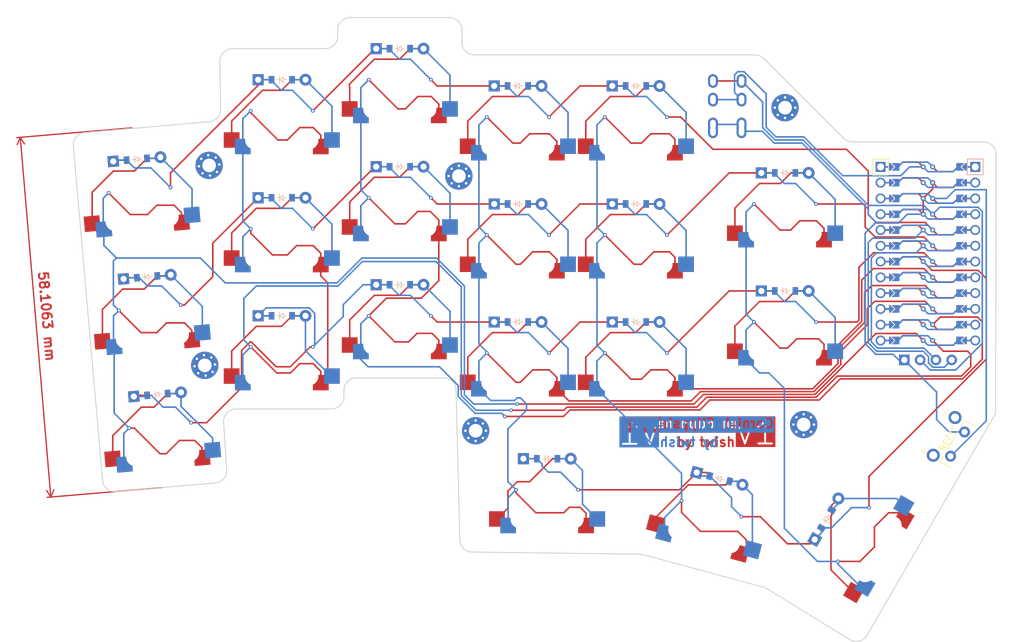
<source format=kicad_pcb>
(kicad_pcb (version 20240108) (generator "pcbnew") (generator_version "8.0")
  (title_block (title "cornish") (rev "v1.0.0") (company "Unknown"))
  (layers (0 "F.Cu" signal) (31 "B.Cu" signal) (34 "B.Paste" user) (35 "F.Paste" user) (36 "B.SilkS" user "B.Silkscreen") (37 "F.SilkS" user "F.Silkscreen") (38 "B.Mask" user) (39 "F.Mask" user) (44 "Edge.Cuts" user))
  (net 0 "")
  (net 1 "P9")
  (net 2 "pinky_bottom")
  (net 3 "pinky_home")
  (net 4 "pinky_top")
  (net 5 "P10")
  (net 6 "ring_bottom")
  (net 7 "ring_home")
  (net 8 "ring_top")
  (net 9 "P16")
  (net 10 "middle_bottom")
  (net 11 "middle_home")
  (net 12 "middle_top")
  (net 13 "P14")
  (net 14 "index_bottom")
  (net 15 "index_home")
  (net 16 "index_top")
  (net 17 "P15")
  (net 18 "index2_bottom")
  (net 19 "index2_home")
  (net 20 "index2_top")
  (net 21 "mod_cluster")
  (net 22 "layer_cluster")
  (net 23 "P18")
  (net 24 "space_cluster")
  (net 25 "media_one")
  (net 26 "media_two")
  (net 27 "P19")
  (net 28 "P20")
  (net 29 "P21")
  (net 30 "P4")
  (net 31 "RAW")
  (net 32 "GND")
  (net 33 "RST")
  (net 34 "VCC")
  (net 35 "P1")
  (net 36 "P0")
  (net 37 "P2")
  (net 38 "P3")
  (net 39 "P5")
  (net 40 "P6")
  (net 41 "P7")
  (net 42 "P8")
  (footprint "MountingHole_2.2mm_M2_Pad_Via" (layer "F.Cu") (at 244.606795 104.801108)
    (property "Reference" "_46" (hide yes))
    (property "Value" "")
  )
  (footprint "ComboDiode" (layer "F.Cu") (at 244.606796 134.301108)
    (property "Reference" "D19" (hide yes))
    (property "Value" "" (hide yes))
  )
  (footprint "VIA-0.6mm" (layer "F.Cu") (at 258.118678 169.174442 60)
    (property "Reference" "REF**" (hide yes))
    (property "Value" "VIA-0.6mm" (hide yes))
  )
  (footprint "ComboDiode" (layer "F.Cu") (at 201.606795 139.301109)
    (property "Reference" "D10" (hide yes))
    (property "Value" "" (hide yes))
  )
  (footprint "ComboDiode" (layer "F.Cu") (at 143.587563 150.956862 5)
    (property "Reference" "D1" (hide yes))
    (property "Value" "" (hide yes))
  )
  (footprint "MountingHole_2.2mm_M2_Pad_Via" (layer "F.Cu") (at 151.208498 146.274838 5)
    (property "Reference" "_43" (hide yes))
    (property "Value" "")
  )
  (footprint "ComboDiode" (layer "F.Cu") (at 201.606795 120.301109)
    (property "Reference" "D11" (hide yes))
    (property "Value" "" (hide yes))
  )
  (footprint "VIA-0.6mm" (layer "F.Cu") (at 206.606795 106.301108)
    (property "Reference" "REF**" (hide yes))
    (property "Value" "VIA-0.6mm" (hide yes))
  )
  (footprint "VIA-0.6mm" (layer "F.Cu") (at 177.606796 119.301109)
    (property "Reference" "REF**" (hide yes))
    (property "Value" "VIA-0.6mm" (hide yes))
  )
  (footprint "VIA-0.6mm" (layer "F.Cu") (at 187.606795 138.301108)
    (property "Reference" "REF**" (hide yes))
    (property "Value" "VIA-0.6mm" (hide yes))
  )
  (footprint "VIA-0.6mm" (layer "F.Cu") (at 196.606795 144.301108)
    (property "Reference" "REF**" (hide yes))
    (property "Value" "VIA-0.6mm" (hide yes))
  )
  (footprint "MountingHole_2.2mm_M2_Pad_Via" (layer "F.Cu") (at 194.806795 156.801109)
    (property "Reference" "_45" (hide yes))
    (property "Value" "")
  )
  (footprint "VIA-0.6mm" (layer "F.Cu") (at 147.348357 136.574357 5)
    (property "Reference" "REF**" (hide yes))
    (property "Value" "VIA-0.6mm" (hide yes))
  )
  (footprint "VIA-0.6mm" (layer "F.Cu") (at 177.606796 100.301109)
    (property "Reference" "REF**" (hide yes))
    (property "Value" "VIA-0.6mm" (hide yes))
  )
  (footprint "Gateron-Low-Profile-ks-33" (layer "F.Cu") (at 201.606795 144.301109)
    (property "Reference" "S10" (hide yes))
    (property "Value" "ks33" (hide yes))
  )
  (footprint "VIA-0.6mm" (layer "F.Cu") (at 206.606795 125.301108)
    (property "Reference" "REF**" (hide yes))
    (property "Value" "VIA-0.6mm" (hide yes))
  )
  (footprint "MountingHole_2.2mm_M2_Pad_Via" (layer "F.Cu") (at 247.606795 155.801108)
    (property "Reference" "_47" (hide yes))
    (property "Value" "")
  )
  (footprint "Gateron-Low-Profile-ks-33" (layer "F.Cu") (at 163.606796 143.301108)
    (property "Reference" "S4" (hide yes))
    (property "Value" "ks33" (hide yes))
  )
  (footprint "TRRS-PJ-320A-dual" (layer "F.Cu") (at 237.606795 97.301108)
    (property "Reference" "TRRS1")
    (property "Value" "TRRS-PJ-320A-dual")
  )
  (footprint "ComboDiode" (layer "F.Cu") (at 251.288551 171.004569 60)
    (property "Reference" "D18" (hide yes))
    (property "Value" "" (hide yes))
  )
  (footprint "VIA-0.6mm" (layer "F.Cu") (at 168.606795 105.301108)
    (property "Reference" "REF**" (hide yes))
    (property "Value" "VIA-0.6mm" (hide yes))
  )
  (footprint "VIA-0.6mm" (layer "F.Cu") (at 253.118678 177.834696 60)
    (property "Reference" "REF**" (hide yes))
    (property "Value" "VIA-0.6mm" (hide yes))
  )
  (footprint "VIA-0.6mm" (layer "F.Cu") (at 200.5 153.5)
    (property "Reference" "REF**" (hide yes))
    (property "Value" "VIA-0.6mm" (hide yes))
  )
  (footprint "VIA-0.6mm" (layer "F.Cu") (at 225.606795 144.301108)
    (property "Reference" "REF**" (hide yes))
    (property "Value" "VIA-0.6mm" (hide yes))
  )
  (footprint "Gateron-Low-Profile-ks-33" (layer "F.Cu") (at 201.606795 125.301109)
    (property "Reference" "S11" (hide yes))
    (property "Value" "ks33" (hide yes))
  )
  (footprint "ComboDiode" (layer "F.Cu") (at 220.606795 139.301109)
    (property "Reference" "D13" (hide yes))
    (property "Value" "" (hide yes))
  )
  (footprint "VIA-0.6mm" (layer "F.Cu") (at 211.306795 166.301108)
    (property "Reference" "REF**" (hide yes))
    (property "Value" "VIA-0.6mm" (hide yes))
  )
  (footprint "Gateron-Low-Profile-ks-33" (layer "F.Cu") (at 140.711424 118.082437 5)
    (property "Reference" "S3" (hide yes))
    (property "Value" "ks33" (hide yes))
  )
  (footprint "VIA-0.6mm" (layer "F.Cu") (at 227.945754 168.043491 -15)
    (property "Reference" "REF**" (hide yes))
    (property "Value" "VIA-0.6mm" (hide yes))
  )
  (footprint "VIA-0.6mm" (layer "F.Cu") (at 158.606796 105.301108)
    (property "Reference" "REF**" (hide yes))
    (property "Value" "VIA-0.6mm" (hide yes))
  )
  (footprint "Gateron-Low-Profile-ks-33" (layer "F.Cu") (at 201.606795 106.301109)
    (property "Reference" "S12" (hide yes))
    (property "Value" "ks33" (hide yes))
  )
  (footprint "VIA-0.6mm" (layer "F.Cu") (at 215.606795 125.301108)
    (property "Reference" "REF**" (hide yes))
    (property "Value" "VIA-0.6mm" (hide yes))
  )
  (footprint "ComboDiode" (layer "F.Cu") (at 244.606796 115.301108)
    (property "Reference" "D20" (hide yes))
    (property "Value" "" (hide yes))
  )
  (footprint "Gateron-Low-Profile-ks-33" (layer "F.Cu") (at 220.606795 144.301109)
    (property "Reference" "S13" (hide yes))
    (property "Value" "ks33" (hide yes))
  )
  (footprint "ComboDiode" (layer "F.Cu") (at 220.606795 101.301109)
    (property "Reference" "D15" (hide yes))
    (property "Value" "" (hide yes))
  )
  (footprint "VIA-0.6mm" (layer "F.Cu") (at 149.004316 155.502057 5)
    (property "Reference" "REF**" (hide yes))
    (property "Value" "VIA-0.6mm" (hide yes))
  )
  (footprint "Gateron-Low-Profile-ks-33" (layer "F.Cu") (at 244.606795 139.301109)
    (property "Reference" "S19" (hide yes))
    (property "Value" "ks33" (hide yes))
  )
  (footprint "VIA-0.6mm" (layer "F.Cu") (at 239.606795 139.301109)
    (property "Reference" "REF**" (hide yes))
    (property "Value" "VIA-0.6mm" (hide yes))
  )
  (footprint "VIA-0.6mm" (layer "F.Cu") (at 177.606796 138.301109)
    (property "Reference" "REF**" (hide yes))
    (property "Value" "VIA-0.6mm" (hide yes))
  )
  (footprint "VIA-0.6mm" (layer "F.Cu") (at 201.306795 166.301108)
    (property "Reference" "REF**" (hide yes))
    (property "Value" "VIA-0.6mm" (hide yes))
  )
  (footprint "VIA-0.6mm" (layer "F.Cu") (at 225.606795 106.301108)
    (property "Reference" "REF**" (hide yes))
    (property "Value" "VIA-0.6mm" (hide yes))
  )
  (footprint "VIA-0.6mm" (layer "F.Cu") (at 145.692397 117.646658 5)
    (property "Reference" "REF**" (hide yes))
    (property "Value" "VIA-0.6mm" (hide yes))
  )
  (footprint "VIA-0.6mm" (layer "F.Cu") (at 158.606796 124.301109)
    (property "Reference" "REF**" (hide yes))
    (property "Value" "VIA-0.6mm" (hide yes))
  )
  (footprint "VIA-0.6mm" (layer "F.Cu") (at 215.606795 106.301108)
    (property "Reference" "REF**" (hide yes))
    (property "Value" "VIA-0.6mm" (hide yes))
  )
  (footprint "VIA-0.6mm" (layer "F.Cu") (at 135.73045 118.518216 5)
    (property "Reference" "REF**" (hide yes))
    (property "Value" "VIA-0.6mm" (hide yes))
  )
  (footprint "VIA-0.6mm" (layer "F.Cu") (at 158.606795 143.301108)
    (property "Reference" "REF**" (hide yes))
    (property "Value" "VIA-0.6mm" (hide yes))
  )
  (footprint "ComboDiode" (layer "F.Cu") (at 182.606795 133.301108)
    (property "Reference" "D7" (hide yes))
    (property "Value" "" (hide yes))
  )
  (footprint "VIA-0.6mm" (layer "F.Cu") (at 249.606795 120.301108)
    (property "Reference" "REF**" (hide yes))
    (property "Value" "VIA-0.6mm" (hide yes))
  )
  (footprint "ComboDiode" (layer "F.Cu") (at 201.606795 101.301109)
    (property "Reference" "D12" (hide yes))
    (property "Value" "" (hide yes))
  )
  (footprint "ProMicro" (layer "F.Cu") (at 267.606795 128.301108 -90)
    (property "Reference" "_41" (hide yes))
    (property "Value" "")
  )
  (footprint "VIA-0.6mm" (layer "F.Cu") (at 196.606795 106.301108)
    (property "Reference" "REF**" (hide yes))
    (property "Value" "VIA-0.6mm" (hide yes))
  )
  (footprint "VIA-0.6mm" (layer "F.Cu") (at 206.606795 144.301108)
    (property "Reference" "REF**" (hide yes))
    (property "Value" "VIA-0.6mm" (hide yes))
  )
  (footprint "Gateron-Low-Profile-ks-33" (layer "F.Cu") (at 142.367383 137.010137 5)
    (property "Reference" "S2" (hide yes))
    (property "Value" "ks33" (hide yes))
  )
  (footprint "Button_Switch_THT:SW_Tactile_SPST_Angled_PTS645Vx39-2LFS" (layer "F.Cu") (at 273.5 157 -120)
    (property "Reference" "REF**")
    (property "Value" "SW_Tactile_SPST_Angled_PTS645Vx39-2LFS")
  )
  (footprint "VIA-0.6mm" (layer "F.Cu") (at 137.386409 137.445915 5)
    (property "Reference" "REF**" (hide yes))
    (property "Value" "VIA-0.6mm" (hide yes))
  )
  (footprint "Gateron-Low-Profile-ks-33" (layer "F.Cu") (at 232.775383 169.337586 -15)
    (property "Reference" "S17" (hide yes))
    (property "Value" "ks33" (hide yes))
  )
  (footprint "ComboDiode" (layer "F.Cu") (at 220.606795 120.301109)
    (property "Reference" "D14" (hide yes))
    (property "Value" "" (hide yes))
  )
  (footprint "VIA-0.6mm" (layer "F.Cu") (at 249.606795 139.301108)
    (property "Reference" "REF**" (hide yes))
    (property "Value" "VIA-0.6mm" (hide yes))
  )
  (footprint "Gateron-Low-Profile-ks-33" (layer "F.Cu") (at 206.306795 166.301109)
    (property "Reference" "S16" (hide yes))
    (property "Value" "ks33" (hide yes))
  )
  (footprint "ComboDiode" (layer "F.Cu") (at 163.606796 100.301108)
    (property "Reference" "D6" (hide yes))
    (property "Value" "" (hide yes))
  )
  (footprint "Gateron-Low-Profile-ks-33" (layer "F.Cu") (at 182.606796 138.301108)
    (property "Reference" "S7" (hide yes))
    (property "Value" "ks33" (hide yes))
  )
  (footprint "MountingHole_2.2mm_M2_Pad_Via" (layer "F.Cu") (at 151.906196 114.091561 5)
    (property "Reference" "_42" (hide yes))
    (property "Value" "")
  )
  (footprint "VIA-0.6mm" (layer "F.Cu") (at 199.5 154.5)
    (property "Reference" "REF**" (hide yes))
    (property "Value" "VIA-0.6mm" (hide yes))
  )
  (footprint "VIA-0.6mm" (layer "F.Cu") (at 139.042369 156.373615 5)
    (property "Reference" "REF**" (hide yes))
    (property "Value" "VIA-0.6mm" (hide yes))
  )
  (footprint "Gateron-Low-Profile-ks-33" (layer "F.Cu") (at 244.606795 120.301109)
    (property "Reference" "S20" (hide yes))
    (property "Value" "ks33" (hide yes))
  )
  (footprint "ComboDiode" (layer "F.Cu") (at 206.306795 161.301109)
    (property "Reference" "D16" (hide yes))
    (property "Value" "" (hide yes))
  )
  (footprint "VIA-0.6mm" (layer "F.Cu") (at 187.606796 119.301108)
    (property "Reference" "REF**" (hide yes))
    (property "Value" "VIA-0.6mm" (hide yes))
  )
  (footprint "ComboDiode" (layer "F.Cu") (at 234.069478 164.507958 -15)
    (property "Reference" "D17" (hide yes))
    (property "Value" "" (hide yes))
  )
  (footprint "ComboDiode" (layer "F.Cu") (at 141.931604 132.029163 5)
    (property "Reference" "D2" (hide yes))
    (property "Value" "" (hide yes))
  )
  (footprint "ComboDiode" (layer "F.Cu") (at 182.606795 95.301108)
    (property "Reference" "D9" (hide yes))
    (property "Value" "" (hide yes))
  )
  (footprint "VIA-0.6mm" (layer "F.Cu") (at 225.606795 125.301108)
    (property "Reference" "REF**" (hide yes))
    (property "Value" "VIA-0.6mm" (hide yes))
  )
  (footprint "ComboDiode" (layer "F.Cu") (at 140.275646 113.101464 5)
    (property "Reference" "D3" (hide yes))
    (property "Value" "" (hide yes))
  )
  (footprint "Gateron-Low-Profile-ks-33" (layer "F.Cu") (at 255.618679 173.504568 60)
    (property "Reference" "S18" (hide yes))
    (property "Value" "ks33" (hide yes))
  )
  (footprint "ComboDiode" (layer "F.Cu") (at 182.606795 114.301108)
    (property "Reference" "D8" (hide yes))
    (property "Value" "" (hide yes))
  )
  (footprint "VIA-0.6mm" (layer "F.Cu") (at 237.605012 170.631682 -15)
    (property "Reference" "REF**" (hide yes))
    (property "Value" "VIA-0.6mm" (hide yes))
  )
  (footprint "VIA-0.6mm" (layer "F.Cu") (at 168.606795 124.301108)
    (property "Reference" "REF**" (hide yes))
    (property "Value" "VIA-0.6mm" (hide yes))
  )
  (footprint "VIA-0.6mm" (layer "F.Cu") (at 239.606795 120.301108)
    (property "Reference" "REF**" (hide yes))
    (property "Value" "VIA-0.6mm" (hide yes))
  )
  (footprint "ComboDiode" (layer "F.Cu") (at 163.606796 138.301108)
    (property "Reference" "D4" (hide yes))
    (property "Value" "" (hide yes))
  )
  (footprint "ComboDiode" (layer "F.Cu") (at 163.606796 119.301108)
    (property "Reference" "D5" (hide yes))
    (property "Value" "" (hide yes))
  )
  (footprint "VIA-0.6mm" (layer "F.Cu") (at 215.606795 144.301108)
    (property "Reference" "REF**" (hide yes))
    (property "Value" "VIA-0.6mm" (hide yes))
  )
  (footprint "VIA-0.6mm" (layer "F.Cu") (at 196.606795 125.301108)
    (property "Reference" "REF**" (hide yes))
    (property "Value" "VIA-0.6mm" (hide yes))
  )
  (footprint "Gateron-Low-Profile-ks-33" (layer "F.Cu") (at 220.606795 106.301109)
    (property "Reference" "S15" (hide yes))
    (property "Value" "ks33" (hide yes))
  )
  (footprint "MountingHole_2.2mm_M2_Pad_Via" (layer "F.Cu") (at 192.106796 115.801108)
    (property "Reference" "_44" (hide yes))
    (property "Value" "")
  )
  (footprint "Gateron-Low-Profile-ks-33" (layer "F.Cu") (at 182.606796 119.301108)
    (property "Reference" "S8" (hide yes))
    (property "Value" "ks33" (hide yes))
  )
  (footprint "VIA-0.6mm" (layer "F.Cu") (at 187.606796 100.301108)
    (property "Reference" "REF**" (hide yes))
    (property "Value" "VIA-0.6mm" (hide yes))
  )
  (footprint "lib:OLED_headers" (layer "F.Cu") (at 273.606795 143.801108 -90)
    (property "Reference" "OLED1" (hide yes))
    (property "Value" "OLED")
  )
  (footprint "Gateron-Low-Profile-ks-33" (layer "F.Cu") (at 163.606795 105.301109)
    (property "Reference" "S6" (hide yes))
    (property "Value" "ks33" (hide yes))
  )
  (footprint "Gateron-Low-Profile-ks-33" (layer "F.Cu") (at 144.023342 155.937835 5)
    (property "Reference" "S1" (hide yes))
    (property "Value" "ks33" (hide yes))
  )
  (footprint "Gateron-Low-Profile-ks-33" (layer "F.Cu") (at 163.606796 124.301108)
    (property "Reference" "S5" (hide yes))
    (property "Value" "ks33" (hide yes))
  )
  (footprint "VIA-0.6mm" (layer "F.Cu") (at 201.5 152.5)
    (property "Reference" "REF**" (hide yes))
    (property "Value" "VIA-0.6mm" (hide yes))
  )
  (footprint "Gateron-Low-Profile-ks-33" (layer "F.Cu") (at 182.606796 100.301108)
    (property "Reference" "S9" (hide yes))
    (property "Value" "ks33" (hide yes))
  )
  (footprint "Gateron-Low-Profile-ks-33" (layer "F.Cu") (at 220.606795 125.301109)
    (property "Reference" "S14" (hide yes))
    (property "Value" "ks33" (hide yes))
  )
  (footprint "VIA-0.6mm" (layer "F.Cu") (at 168.606795 143.301108)
    (property "Reference" "REF**" (hide yes))
    (property "Value" "VIA-0.6mm" (hide yes))
  )
  (gr_line (start 172.606796 93.301108) (end 172.606795 92.301108) (stroke (width 0.15)) (layer "Edge.Cuts"))
  (gr_arc (start 194.232926 176.325285) (mid 192.852616 175.748439) (end 192.258654 174.375428) (stroke (width 0.15)) (layer "Edge.Cuts"))
  (gr_arc (start 190.606795 90.301108) (mid 192.021051 90.886873) (end 192.606795 92.301108) (stroke (width 0.15)) (layer "Edge.Cuts"))
  (gr_arc (start 194.606796 96.301108) (mid 193.192589 95.715326) (end 192.606795 94.301109) (stroke (width 0.15)) (layer "Edge.Cuts"))
  (gr_line (start 171.606795 153.301109) (end 156.2388 153.301108) (stroke (width 0.15)) (layer "Edge.Cuts"))
  (gr_line (start 278.5 154) (end 257.807096 189.714118) (stroke (width 0.15)) (layer "Edge.Cuts"))
  (gr_line (start 134.758641 164.778951) (end 130.052231 110.984437) (stroke (width 0.15)) (layer "Edge.Cuts"))
  (gr_arc (start 130.05223 110.984437) (mid 130.512546 109.524581) (end 131.870309 108.817736) (stroke (width 0.15)) (layer "Edge.Cuts"))
  (gr_line (start 154.242878 155.428765) (end 154.732142 163.07846) (stroke (width 0.15)) (layer "Edge.Cuts"))
  (gr_arc (start 154.242877 155.428765) (mid 154.78015 153.932776) (end 156.2388 153.301108) (stroke (width 0.15)) (layer "Edge.Cuts"))
  (gr_arc (start 173.606795 150.301109) (mid 174.192564 148.886861) (end 175.606796 148.301108) (stroke (width 0.15)) (layer "Edge.Cuts"))
  (gr_line (start 152.910532 165.198505) (end 136.925342 166.597028) (stroke (width 0.15)) (layer "Edge.Cuts"))
  (gr_arc (start 189.6562 148.301108) (mid 191.052606 148.869334) (end 191.655312 150.241739) (stroke (width 0.15)) (layer "Edge.Cuts"))
  (gr_line (start 192.606795 92.301108) (end 192.606795 94.301109) (stroke (width 0.15)) (layer "Edge.Cuts"))
  (gr_arc (start 172.606796 93.301108) (mid 172.021002 94.715305) (end 170.606795 95.301109) (stroke (width 0.15)) (layer "Edge.Cuts"))
  (gr_arc (start 221.24097 176.664299) (mid 221.491664 176.683249) (end 221.738 176.7335) (stroke (width 0.15)) (layer "Edge.Cuts"))
  (gr_arc (start 154.732142 163.07846) (mid 154.253157 164.509512) (end 152.910532 165.198505) (stroke (width 0.15)) (layer "Edge.Cuts"))
  (gr_line (start 241.192582 96.886895) (end 254.021009 109.715322) (stroke (width 0.15)) (layer "Edge.Cuts"))
  (gr_line (start 192.258654 174.375428) (end 191.655312 150.241739) (stroke (width 0.15)) (layer "Edge.Cuts"))
  (gr_line (start 189.6562 148.301108) (end 175.606796 148.301108) (stroke (width 0.15)) (layer "Edge.Cuts"))
  (gr_arc (start 239.778369 96.301109) (mid 240.543729 96.453359) (end 241.192582 96.886895) (stroke (width 0.15)) (layer "Edge.Cuts"))
  (gr_line (start 131.870309 108.817736) (end 151.932295 107.06254) (stroke (width 0.15)) (layer "Edge.Cuts"))
  (gr_line (start 153.757743 105.039153) (end 153.638277 97.332106) (stroke (width 0.15)) (layer "Edge.Cuts"))
  (gr_line (start 241.16127 181.986427) (end 221.738 176.7335) (stroke (width 0.15)) (layer "Edge.Cuts"))
  (gr_arc (start 241.161271 181.986428) (mid 241.432225 182.081036) (end 241.686846 182.213454) (stroke (width 0.15)) (layer "Edge.Cuts"))
  (gr_arc (start 255.435223 110.301108) (mid 254.669866 110.148852) (end 254.021009 109.715322) (stroke (width 0.15)) (layer "Edge.Cuts"))
  (gr_arc (start 153.757743 105.039153) (mid 153.242964 106.409872) (end 151.932295 107.06254) (stroke (width 0.15)) (layer "Edge.Cuts"))
  (gr_arc (start 173.606796 151.301108) (mid 173.021021 152.715347) (end 171.606795 153.301109) (stroke (width 0.15)) (layer "Edge.Cuts"))
  (gr_arc (start 172.606794 92.301109) (mid 173.192594 90.886921) (end 174.606795 90.301108) (stroke (width 0.15)) (layer "Edge.Cuts"))
  (gr_arc (start 153.638277 97.332107) (mid 154.212915 95.897912) (end 155.638037 95.301108) (stroke (width 0.15)) (layer "Edge.Cuts"))
  (gr_line (start 173.606796 150.301108) (end 173.606795 151.301109) (stroke (width 0.15)) (layer "Edge.Cuts"))
  (gr_arc (start 257.807096 189.714119) (mid 256.565805 190.653001) (end 255.027336 190.417734) (stroke (width 0.15)) (layer "Edge.Cuts"))
  (gr_arc (start 136.925343 166.597029) (mid 135.46548 166.136712) (end 134.758641 164.778951) (stroke (width 0.15)) (layer "Edge.Cuts"))
  (gr_line (start 278.569172 112.338042) (end 278.5 154) (stroke (width 0.15)) (layer "Edge.Cuts"))
  (gr_arc (start 276.569512 110.301108) (mid 277.996718 110.90001) (end 278.569172 112.338042) (stroke (width 0.15)) (layer "Edge.Cuts"))
  (gr_line (start 255.435223 110.301108) (end 276.569513 110.301108) (stroke (width 0.15)) (layer "Edge.Cuts"))
  (gr_line (start 194.606795 96.301108) (end 239.778369 96.301109) (stroke (width 0.15)) (layer "Edge.Cuts"))
  (gr_line (start 255.027336 190.417734) (end 241.686846 182.213454) (stroke (width 0.15)) (layer "Edge.Cuts"))
  (gr_line (start 174.606795 90.301108) (end 190.606796 90.301108) (stroke (width 0.15)) (layer "Edge.Cuts"))
  (gr_line (start 155.638037 95.301108) (end 170.606795 95.301109) (stroke (width 0.15)) (layer "Edge.Cuts"))
  (gr_line (start 221.24097 176.664299) (end 194.232926 176.325286) (stroke (width 0.15)) (layer "Edge.Cuts"))
  (gr_text "v1" (at 236.5 159.330166 0) (layer "F.Cu" knockout) (effects (font (size 3.8 3.8) (thickness 0.3) (bold yes)) (justify left bottom)))
  (gr_text "by twish" (at 227 159.5 0) (layer "F.Cu") (effects (font (size 1.5 1.5) (thickness 0.3) (bold yes)) (justify left bottom)))
  (gr_text "Cornish Flippsie" (at 218 156.5 0) (layer "F.Cu" knockout) (effects (font (size 1.5 1.5) (thickness 0.3) (bold yes)) (justify left bottom)))
  (gr_text "v1" (at 224.5 159.387701 0) (layer "B.Cu" knockout) (effects (font (size 3.8 3.8) (thickness 0.3) (bold yes)) (justify left bottom mirror)))
  (gr_text "Cornish Flippsie" (at 243 156.5 0) (layer "B.Cu" knockout) (effects (font (size 1.5 1.5) (thickness 0.3) (bold yes)) (justify left bottom mirror)))
  (gr_text "by twish" (at 234 159.5 0) (layer "B.Cu") (effects (font (size 1.5 1.5) (thickness 0.3) (bold yes)) (justify left bottom mirror)))
  (dimension (type aligned) (layer "F.Cu") (pts (xy 144.917937 165.897767) (xy 140 108)) (height -18.556169) (gr_text "58.1063 mm" (at 125.762922 138.367074 -85.14485038) (layer "F.Cu") (effects (font (size 1.5 1.5) (thickness 0.3)))) (format (prefix "") (suffix "") (units 3) (units_format 1) (precision 4)) (style (thickness 0.2) (arrow_length 1.27) (text_position_mode 0) (extension_height 0.58642) (extension_offset 0.5) keep_text_aligned))
  (segment (start 229.951109 152.5) (end 231.5 150.951109) (width 0.25) (layer "F.Cu") (net 1))
  (segment (start 145 160.5) (end 144 160.5) (width 0.25) (layer "F.Cu") (net 1))
  (segment (start 144 160.5) (end 139.873615 156.373615) (width 0.25) (layer "F.Cu") (net 1))
  (segment (start 145.066233 139.433767) (end 143.5 141) (width 0.25) (layer "F.Cu") (net 1))
  (segment (start 149.114669 142.19179) (end 149.114669 140.611514) (width 0.25) (layer "F.Cu") (net 1))
  (segment (start 265.719795 141.146108) (end 266.844795 142.271108) (width 0.25) (layer "F.Cu") (net 1))
  (segment (start 150.770628 159.539212) (end 149.592881 158.361465) (width 0.25) (layer "F.Cu") (net 1))
  (segment (start 147.936922 139.433767) (end 145.066233 139.433767) (width 0.25) (layer "F.Cu") (net 1))
  (segment (start 139.873615 156.373615) (end 139.042369 156.373615) (width 0.25) (layer "F.Cu") (net 1))
  (segment (start 201.5 152.5) (end 229.951109 152.5) (width 0.25) (layer "F.Cu") (net 1))
  (segment (start 149.592881 158.361465) (end 147.138535 158.361465) (width 0.25) (layer "F.Cu") (net 1))
  (segment (start 142 122) (end 139.212234 122) (width 0.25) (layer "F.Cu") (net 1))
  (segment (start 140.940494 141) (end 137.386409 137.445915) (width 0.25) (layer "F.Cu") (net 1))
  (segment (start 139.212234 122) (end 135.73045 118.518216) (width 0.25) (layer "F.Cu") (net 1))
  (segment (start 143.493933 120.506067) (end 142 122) (width 0.25) (layer "F.Cu") (net 1))
  (segment (start 143.5 141) (end 140.940494 141) (width 0.25) (layer "F.Cu") (net 1))
  (segment (start 147.138535 158.361465) (end 145 160.5) (width 0.25) (layer "F.Cu") (net 1))
  (segment (start 147.45871 121.683814) (end 146.280963 120.506067) (width 0.25) (layer "F.Cu") (net 1))
  (segment (start 146.280963 120.506067) (end 143.493933 120.506067) (width 0.25) (layer "F.Cu") (net 1))
  (segment (start 259.229588 141.146108) (end 265.719795 141.146108) (width 0.25) (layer "F.Cu") (net 1))
  (segment (start 150.770628 161.119488) (end 150.770628 159.539212) (width 0.25) (layer "F.Cu") (net 1))
  (segment (start 249.424587 150.951109) (end 259.229588 141.146108) (width 0.25) (layer "F.Cu") (net 1))
  (segment (start 147.45871 123.26409) (end 147.45871 121.683814) (width 0.25) (layer "F.Cu") (net 1))
  (segment (start 231.5 150.951109) (end 249.424587 150.951109) (width 0.25) (layer "F.Cu") (net 1))
  (segment (start 149.114669 140.611514) (end 147.936922 139.433767) (width 0.25) (layer "F.Cu") (net 1))
  (segment (start 136.518759 143.181095) (end 136.518759 138.313565) (width 0.25) (layer "B.Cu") (net 1))
  (segment (start 137.386409 137.445915) (end 136.5 136.559506) (width 0.25) (layer "B.Cu") (net 1))
  (segment (start 136.5 129.5) (end 137 129) (width 0.25) (layer "B.Cu") (net 1))
  (segment (start 137 129) (end 134.966428 126.966428) (width 0.25) (layer "B.Cu") (net 1))
  (segment (start 136.518759 138.313565) (end 137.386409 137.445915) (width 0.25) (layer "B.Cu") (net 1))
  (segment (start 193 151) (end 194.5 152.5) (width 0.25) (layer "B.Cu") (net 1))
  (segment (start 139.042369 156.373615) (end 138.174718 157.241266) (width 0.25) (layer "B.Cu") (net 1))
  (segment (start 194.5 152.5) (end 201.5 152.5) (width 0.25) (layer "B.Cu") (net 1))
  (segment (start 176.5 129) (end 188.5 129) (width 0.25) (layer "B.Cu") (net 1))
  (segment (start 172.5 133) (end 176.5 129) (width 0.25) (layer "B.Cu") (net 1))
  (segment (start 136.622387 153.953633) (end 136.622387 143.284723) (width 0.25) (layer "B.Cu") (net 1))
  (segment (start 138.174718 157.241266) (end 138.174718 162.108793) (width 0.25) (layer "B.Cu") (net 1))
  (segment (start 134.966428 126.966428) (end 134.966428 124.357023) (width 0.25) (layer "B.Cu") (net 1))
  (segment (start 188.5 129) (end 193 133.5) (width 0.25) (layer "B.Cu") (net 1))
  (segment (start 134.8628 124.253395) (end 134.8628 119.385866) (width 0.25) (layer "B.Cu") (net 1))
  (segment (start 138.174718 162.108793) (end 138.278346 162.212421) (width 0.25) (layer "B.Cu") (net 1))
  (segment (start 136.5 136.559506) (end 136.5 129.5) (width 0.25) (layer "B.Cu") (net 1))
  (segment (start 139.042369 156.373615) (end 136.622387 153.953633) (width 0.25) (layer "B.Cu") (net 1))
  (segment (start 137 129) (end 150.5 129) (width 0.25) (layer "B.Cu") (net 1))
  (segment (start 134.8628 119.385866) (end 135.73045 118.518216) (width 0.25) (layer "B.Cu") (net 1))
  (segment (start 136.622387 143.284723) (end 136.518759 143.181095) (width 0.25) (layer "B.Cu") (net 1))
  (segment (start 150.5 129) (end 154.5 133) (width 0.25) (layer "B.Cu") (net 1))
  (segment (start 154.5 133) (end 172.5 133) (width 0.25) (layer "B.Cu") (net 1))
  (segment (start 193 133.5) (end 193 151) (width 0.25) (layer "B.Cu") (net 1))
  (segment (start 134.966428 124.357023) (end 134.8628 124.253395) (width 0.25) (layer "B.Cu") (net 1))
  (segment (start 143.044339 153) (end 145.231284 150.813055) (width 0.25) (layer "F.Cu") (net 2))
  (segment (start 136.393683 157.606317) (end 141 153) (width 0.25) (layer "F.Cu") (net 2))
  (segment (start 147.194809 150.813055) (end 147.383065 150.624799) (width 0.25) (layer "F.Cu") (net 2))
  (segment (start 145.231284 150.813055) (end 147.194809 150.813055) (width 0.25) (layer "F.Cu") (net 2))
  (segment (start 136.393683 161.323297) (end 136.393683 157.606317) (width 0.25) (layer "F.Cu") (net 2))
  (segment (start 141 153) (end 143.044339 153) (width 0.25) (layer "F.Cu") (net 2))
  (segment (start 147.383065 150.624799) (end 147.383065 152.883065) (width 0.25) (layer "B.Cu") (net 2))
  (segment (start 145.231284 150.813055) (end 147.194809 150.813055) (width 0.25) (layer "B.Cu") (net 2))
  (segment (start 147.383065 152.883065) (end 152.472265 157.972265) (width 0.25) (layer "B.Cu") (net 2))
  (segment (start 147.194809 150.813055) (end 147.383065 150.624799) (width 0.25) (layer "B.Cu") (net 2))
  (segment (start 152.472265 157.972265) (end 152.472265 159.916603) (width 0.25) (layer "B.Cu") (net 2))
  (segment (start 134.737724 142.395599) (end 134.737724 137.262276) (width 0.25) (layer "F.Cu") (net 3))
  (segment (start 145.53885 131.885356) (end 145.727106 131.6971) (width 0.25) (layer "F.Cu") (net 3))
  (segment (start 143.575325 131.885356) (end 145.53885 131.885356) (width 0.25) (layer "F.Cu") (net 3))
  (segment (start 134.737724 137.262276) (end 138 134) (width 0.25) (layer "F.Cu") (net 3))
  (segment (start 138 134) (end 141.460681 134) (width 0.25) (layer "F.Cu") (net 3))
  (segment (start 141.460681 134) (end 143.575325 131.885356) (width 0.25) (layer "F.Cu") (net 3))
  (segment (start 150.816306 136.7863) (end 145.727106 131.6971) (width 0.25) (layer "B.Cu") (net 3))
  (segment (start 143.575325 131.885356) (end 145.53885 131.885356) (width 0.25) (layer "B.Cu") (net 3))
  (segment (start 150.816306 140.988905) (end 150.816306 136.7863) (width 0.25) (layer "B.Cu") (net 3))
  (segment (start 145.53885 131.885356) (end 145.727106 131.6971) (width 0.25) (layer "B.Cu") (net 3))
  (segment (start 133.081765 123.467899) (end 133.081765 118.418235) (width 0.25) (layer "F.Cu") (net 4))
  (segment (start 143.882892 112.957657) (end 144.071148 112.769401) (width 0.25) (layer "F.Cu") (net 4))
  (segment (start 139.877024 115) (end 141.919367 112.957657) (width 0.25) (layer "F.Cu") (net 4))
  (segment (start 133.081765 118.418235) (end 136.5 115) (width 0.25) (layer "F.Cu") (net 4))
  (segment (start 141.919367 112.957657) (end 143.882892 112.957657) (width 0.25) (layer "F.Cu") (net 4))
  (segment (start 136.5 115) (end 139.877024 115) (width 0.25) (layer "F.Cu") (net 4))
  (segment (start 149.160347 122.061205) (end 149.160347 117.8586) (width 0.25) (layer "B.Cu") (net 4))
  (segment (start 141.919367 112.957657) (end 143.882892 112.957657) (width 0.25) (layer "B.Cu") (net 4))
  (segment (start 149.160347 117.8586) (end 144.071148 112.769401) (width 0.25) (layer "B.Cu") (net 4))
  (segment (start 143.882892 112.957657) (end 144.071148 112.769401) (width 0.25) (layer "B.Cu") (net 4))
  (segment (start 166 127) (end 164.5 128.5) (width 0.25) (layer "F.Cu") (net 5))
  (segment (start 274.5 146.5) (end 274.5 144.5) (width 0.25) (layer "F.Cu") (net 5))
  (segment (start 163 110) (end 158.606796 105.606796) (width 0.25) (layer "F.Cu") (net 5))
  (segment (start 169.876796 130.051108) (end 169.881796 130.046108) (width 0.25) (layer "F.Cu") (net 5))
  (segment (start 169.876796 149.051108) (end 169.881796 149.046108) (width 0.25) (layer "F.Cu") (net 5))
  (segment (start 200.5 153.5) (end 209 153.5) (width 0.25) (layer "F.Cu") (net 5))
  (segment (start 168.657338 146) (end 166.5 146) (width 0.25) (layer "F.Cu") (net 5))
  (segment (start 171 147.927904) (end 171 133) (width 0.25) (layer "F.Cu") (net 5))
  (segment (start 249.610983 151.401109) (end 253.012092 148) (width 0.25) (layer "F.Cu") (net 5))
  (segment (start 209.5 153) (end 230.401109 153) (width 0.25) (layer "F.Cu") (net 5))
  (segment (start 169.881796 147.224458) (end 168.657338 146) (width 0.25) (layer "F.Cu") (net 5))
  (segment (start 169.876796 149.051108) (end 171 147.927904) (width 0.25) (layer "F.Cu") (net 5))
  (segment (start 169.881796 130.046108) (end 169.881796 128.224458) (width 0.25) (layer "F.Cu") (net 5))
  (segment (start 162.107338 128.5) (end 158.606796 124.999458) (width 0.25) (layer "F.Cu") (net 5))
  (segment (start 158.606796 105.606796) (end 158.606796 105.301108) (width 0.25) (layer "F.Cu") (net 5))
  (segment (start 253.012092 148) (end 273 148) (width 0.25) (layer "F.Cu") (net 5))
  (segment (start 169.881795 109.224459) (end 168.657336 108) (width 0.25) (layer "F.Cu") (net 5))
  (segment (start 166.5 108) (end 164.5 110) (width 0.25) (layer "F.Cu") (net 5))
  (segment (start 274.5 144.5) (end 274 144) (width 0.25) (layer "F.Cu") (net 5))
  (segment (start 165 147.5) (end 162.805687 147.5) (width 0.25) (layer "F.Cu") (net 5))
  (segment (start 162.805687 147.5) (end 158.606795 143.301108) (width 0.25) (layer "F.Cu") (net 5))
  (segment (start 169.881796 149.046108) (end 169.881796 147.224458) (width 0.25) (layer "F.Cu") (net 5))
  (segment (start 273 148) (end 274.5 146.5) (width 0.25) (layer "F.Cu") (net 5))
  (segment (start 209 153.5) (end 209.5 153) (width 0.25) (layer "F.Cu") (net 5))
  (segment (start 274 144) (end 270.097687 144) (width 0.25) (layer "F.Cu") (net 5))
  (segment (start 166.5 146) (end 165 147.5) (width 0.25) (layer "F.Cu") (net 5))
  (segment (start 270.097687 144) (end 268.368795 142.271108) (width 0.25) (layer "F.Cu") (net 5))
  (segment (start 164.5 110) (end 163 110) (width 0.25) (layer "F.Cu") (net 5))
  (segment (start 168.657336 108) (end 166.5 108) (width 0.25) (layer "F.Cu") (net 5))
  (segment (start 169.881796 128.224458) (end 168.657338 127) (width 0.25) (layer "F.Cu") (net 5))
  (segment (start 169.881795 111.046109) (end 169.881795 109.224459) (width 0.25) (layer "F.Cu") (net 5))
  (segment (start 169.876795 111.051109) (end 169.881795 111.046109) (width 0.25) (layer "F.Cu") (net 5))
  (segment (start 230.401109 153) (end 232 151.401109) (width 0.25) (layer "F.Cu") (net 5))
  (segment (start 164.5 128.5) (end 162.107338 128.5) (width 0.25) (layer "F.Cu") (net 5))
  (segment (start 169.876796 131.876796) (end 169.876796 130.051108) (width 0.25) (layer "F.Cu") (net 5))
  (segment (start 158.606796 124.999458) (end 158.606796 124.301109) (width 0.25) (layer "F.Cu") (net 5))
  (segment (start 232 151.401109) (end 249.610983 151.401109) (width 0.25) (layer "F.Cu") (net 5))
  (segment (start 171 133) (end 169.876796 131.876796) (width 0.25) (layer "F.Cu") (net 5))
  (segment (start 168.657338 127) (end 166 127) (width 0.25) (layer "F.Cu") (net 5))
  (segment (start 158.606796 124.301109) (end 157.336795 123.031108) (width 0.25) (layer "B.Cu") (net 5))
  (segment (start 157.336796 149.051108) (end 157.331796 149.046108) (width 0.25) (layer "B.Cu") (net 5))
  (segment (start 176.568198 129.568198) (end 188.431802 129.568198) (width 0.25) (layer "B.Cu") (net 5))
  (segment (start 157.331796 125.576109) (end 157.331796 130.046108) (width 0.25) (layer "B.Cu") (net 5))
  (segment (start 157.331795 106.576109) (end 158.606796 105.301108) (width 0.25) (layer "B.Cu") (net 5))
  (segment (start 157.331796 130.046108) (end 157.336796 130.051108) (width 0.25) (layer "B.Cu") (net 5))
  (segment (start 159.5 133.5) (end 172.636396 133.5) (width 0.25) (layer "B.Cu") (net 5))
  (segment (start 157.336795 111.051109) (end 157.331795 111.046109) (width 0.25) (layer "B.Cu") (net 5))
  (segment (start 157.5 142.194313) (end 157.5 135.5) (width 0.25) (layer "B.Cu") (net 5))
  (segment (start 172.636396 133.5) (end 176.568198 129.568198) (width 0.25) (layer "B.Cu") (net 5))
  (segment (start 192.5 133.636396) (end 192.5 151.136396) (width 0.25) (layer "B.Cu") (net 5))
  (segment (start 157.331796 144.576107) (end 158.606795 143.301108) (width 0.25) (layer "B.Cu") (net 5))
  (segment (start 194.863604 153.5) (end 200.5 153.5) (width 0.25) (layer "B.Cu") (net 5))
  (segment (start 192.5 151.136396) (end 194.863604 153.5) (width 0.25) (layer "B.Cu") (net 5))
  (segment (start 158.606796 124.301109) (end 157.331796 125.576109) (width 0.25) (layer "B.Cu") (net 5))
  (segment (start 157.331795 111.046109) (end 157.331795 106.576109) (width 0.25) (layer "B.Cu") (net 5))
  (segment (start 158.606795 143.301108) (end 157.5 142.194313) (width 0.25) (layer "B.Cu") (net 5))
  (segment (start 157.5 135.5) (end 159.5 133.5) (width 0.25) (layer "B.Cu") (net 5))
  (segment (start 188.431802 129.568198) (end 192.5 133.636396) (width 0.25) (layer "B.Cu") (net 5))
  (segment (start 157.336795 123.031108) (end 157.336795 111.051109) (width 0.25) (layer "B.Cu") (net 5))
  (segment (start 157.331796 149.046108) (end 157.331796 144.576107) (width 0.25) (layer "B.Cu") (net 5))
  (segment (start 165.256796 138.301108) (end 163.557904 140) (width 0.25) (layer "F.Cu") (net 6))
  (segment (start 155.536796 143.963204) (end 155.536796 148.001108) (width 0.25) (layer "F.Cu") (net 6))
  (segment (start 159.5 140) (end 155.536796 143.963204) (width 0.25) (layer "F.Cu") (net 6))
  (segment (start 163.557904 140) (end 159.5 140) (width 0.25) (layer "F.Cu") (net 6))
  (segment (start 165.256796 138.301108) (end 167.416796 138.301108) (width 0.25) (layer "F.Cu") (net 6))
  (segment (start 167.416796 138.301108) (end 165.256796 138.301108) (width 0.25) (layer "B.Cu") (net 6))
  (segment (start 167.416796 143.916796) (end 167.416796 138.301108) (width 0.25) (layer "B.Cu") (net 6))
  (segment (start 171.676796 148.001108) (end 171.501108 148.001108) (width 0.25) (layer "B.Cu") (net 6))
  (segment (start 171.501108 148.001108) (end 167.416796 143.916796) (width 0.25) (layer "B.Cu") (net 6))
  (segment (start 163.557904 121) (end 159.5 121) (width 0.25) (layer "F.Cu") (net 7))
  (segment (start 159.5 121) (end 155.536796 124.963204) (width 0.25) (layer "F.Cu") (net 7))
  (segment (start 165.256796 119.301108) (end 163.557904 121) (width 0.25) (layer "F.Cu") (net 7))
  (segment (start 155.536796 124.963204) (end 155.536796 129.001108) (width 0.25) (layer "F.Cu") (net 7))
  (segment (start 167.416796 119.301108) (end 165.256796 119.301108) (width 0.25) (layer "F.Cu") (net 7))
  (segment (start 171.676796 123.561108) (end 167.416796 119.301108) (width 0.25) (layer "B.Cu") (net 7))
  (segment (start 165.256796 119.301108) (end 167.416796 119.301108) (width 0.25) (layer "B.Cu") (net 7))
  (segment (start 171.676796 129.001108) (end 171.676796 123.561108) (width 0.25) (layer "B.Cu") (net 7))
  (segment (start 160.5 102) (end 155.536795 106.963205) (width 0.25) (layer "F.Cu") (net 8))
  (segment (start 155.536795 106.963205) (end 155.536795 110.001109) (width 0.25) (layer "F.Cu") (net 8))
  (segment (start 163.557904 102) (end 160.5 102) (width 0.25) (layer "F.Cu") (net 8))
  (segment (start 167.416796 100.301108) (end 165.256796 100.301108) (width 0.25) (layer "F.Cu") (net 8))
  (segment (start 165.256796 100.301108) (end 163.557904 102) (width 0.25) (layer "F.Cu") (net 8))
  (segment (start 171.676795 104.561107) (end 167.416796 100.301108) (width 0.25) (layer "B.Cu") (net 8))
  (segment (start 165.256796 100.301108) (end 167.416796 100.301108) (width 0.25) (layer "B.Cu") (net 8))
  (segment (start 171.676795 110.001109) (end 171.676795 104.561107) (width 0.25) (layer "B.Cu") (net 8))
  (segment (start 187.783446 141.126108) (end 185.373892 141.126108) (width 0.25) (layer "F.Cu") (net 9))
  (segment (start 180.450697 135.457208) (end 177.606796 138.301109) (width 0.25) (layer "F.Cu") (net 9))
  (segment (start 253.5 148.45) (end 273.186396 148.45) (width 0.25) (layer "F.Cu") (net 9))
  (segment (start 186.067353 135.457208) (end 180.450697 135.457208) (width 0.25) (layer "F.Cu") (net 9))
  (segment (start 182.305687 105) (end 177.606796 100.301109) (width 0.25) (layer "F.Cu") (net 9))
  (segment (start 276.351795 145.284601) (end 276.351795 139.265117) (width 0.25) (layer "F.Cu") (net 9))
  (segment (start 188.876796 144.051108) (end 188.881796 144.046108) (width 0.25) (layer "F.Cu") (net 9))
  (segment (start 188.881796 125.046108) (end 188.881796 122.881796) (width 0.25) (layer "F.Cu") (net 9))
  (segment (start 188.881796 104.224458) (end 187.657338 103) (width 0.25) (layer "F.Cu") (net 9))
  (segment (start 199.5 154.5) (end 208.95 154.5) (width 0.25) (layer "F.Cu") (net 9))
  (segment (start 185.5 121.5) (end 183.5 123.5) (width 0.25) (layer "F.Cu") (net 9))
  (segment (start 208.95 154.5) (end 210 153.45) (width 0.25) (layer "F.Cu") (net 9))
  (segment (start 184 142.5) (end 181.805687 142.5) (width 0.25) (layer "F.Cu") (net 9))
  (segment (start 273.186396 148.45) (end 276.351795 145.284601) (width 0.25) (layer "F.Cu") (net 9))
  (segment (start 187.657338 103) (end 185.5 103) (width 0.25) (layer "F.Cu") (net 9))
  (segment (start 188.876796 125.051108) (end 188.876796 132.647765) (width 0.25) (layer "F.Cu") (net 9))
  (segment (start 185.373892 141.126108) (end 184 142.5) (width 0.25) (layer "F.Cu") (net 9))
  (segment (start 188.881796 142.224458) (end 187.783446 141.126108) (width 0.25) (layer "F.Cu") (net 9))
  (segment (start 188.881796 144.046108) (end 188.881796 142.224458) (width 0.25) (layer "F.Cu") (net 9))
  (segment (start 183.5 123.5) (end 181.805687 123.5) (width 0.25) (layer "F.Cu") (net 9))
  (segment (start 188.881796 122.881796) (end 187.5 121.5) (width 0.25) (layer "F.Cu") (net 9))
  (segment (start 269.599903 138.5) (end 268.368795 139.731108) (width 0.25) (layer "F.Cu") (net 9))
  (segment (start 276.351795 139.265117) (end 275.586678 138.5) (width 0.25) (layer "F.Cu") (net 9))
  (segment (start 230.901109 153.45) (end 232.5 151.851109) (width 0.25) (layer "F.Cu") (net 9))
  (segment (start 181.805687 123.5) (end 177.606796 119.301109) (width 0.25) (layer "F.Cu") (net 9))
  (segment (start 188.876796 125.051108) (end 188.881796 125.046108) (width 0.25) (layer "F.Cu") (net 9))
  (segment (start 188.876796 106.051108) (end 188.881796 106.046108) (width 0.25) (layer "F.Cu") (net 9))
  (segment (start 181.805687 142.5) (end 177.606796 138.301109) (width 0.25) (layer "F.Cu") (net 9))
  (segment (start 188.876796 132.647765) (end 186.067353 135.457208) (width 0.25) (layer "F.Cu") (net 9))
  (segment (start 183.5 105) (end 182.305687 105) (width 0.25) (layer "F.Cu") (net 9))
  (segment (start 210 153.45) (end 230.901109 153.45) (width 0.25) (layer "F.Cu") (net 9))
  (segment (start 187.5 121.5) (end 185.5 121.5) (width 0.25) (layer "F.Cu") (net 9))
  (segment (start 188.881796 106.046108) (end 188.881796 104.224458) (width 0.25) (layer "F.Cu") (net 9))
  (segment (start 275.586678 138.5) (end 269.599903 138.5) (width 0.25) (layer "F.Cu") (net 9))
  (segment (start 185.5 103) (end 183.5 105) (width 0.25) (layer "F.Cu") (net 9))
  (segment (start 232.5 151.851109) (end 250.098891 151.851109) (width 0.25) (layer "F.Cu") (net 9))
  (segment (start 250.098891 151.851109) (end 253.5 148.45) (width 0.25) (layer "F.Cu") (net 9))
  (segment (start 177.606796 119.301109) (end 176.336796 118.031109) (width 0.25) (layer "B.Cu") (net 9))
  (segment (start 192 151.272792) (end 194.727208 154) (width 0.25) (layer "B.Cu") (net 9))
  (segment (start 176.336796 106.051108) (end 176.331796 106.046108) (width 0.25) (layer "B.Cu") (net 9))
  (segment (start 194.727208 154) (end 199 154) (width 0.25) (layer "B.Cu") (net 9))
  (segment (start 176.331796 144.046108) (end 176.331796 139.576109) (width 0.25) (layer "B.Cu") (net 9))
  (segment (start 176.331796 101.576109) (end 177.606796 100.301109) (width 0.25) (layer "B.Cu") (net 9))
  (segment (start 176.331796 139.576109) (end 177.606796 138.301109) (width 0.25) (layer "B.Cu") (net 9))
  (segment (start 176.336796 145.336796) (end 177.5 146.5) (width 0.25) (layer "B.Cu") (net 9))
  (segment (start 177.5 146.5) (end 188.977555 146.5) (width 0.25) (layer "B.Cu") (net 9))
  (segment (start 176.331796 125.046108) (end 176.331796 120.576109) (width 0.25) (layer "B.Cu") (net 9))
  (segment (start 176.331796 106.046108) (end 176.331796 101.576109) (width 0.25) (layer "B.Cu") (net 9))
  (segment (start 192 149.522445) (end 192 151.272792) (width 0.25) (layer "B.Cu") (net 9))
  (segment (start 176.336796 144.051108) (end 176.331796 144.046108) (width 0.25) (layer "B.Cu") (net 9))
  (segment (start 176.331796 120.576109) (end 177.606796 119.301109) (width 0.25) (layer "B.Cu") (net 9))
  (segment (start 176.336796 144.051108) (end 176.336796 145.336796) (width 0.25) (layer "B.Cu") (net 9))
  (segment (start 199 154) (end 199.5 154.5) (width 0.25) (layer "B.Cu") (net 9))
  (segment (start 176.336796 125.051108) (end 176.331796 125.046108) (width 0.25) (layer "B.Cu") (net 9))
  (segment (start 188.977555 146.5) (end 192 149.522445) (width 0.25) (layer "B.Cu") (net 9))
  (segment (start 176.336796 118.031109) (end 176.336796 106.051108) (width 0.25) (layer "B.Cu") (net 9))
  (segment (start 186.416795 133.301108) (end 184.256795 133.301108) (width 0.25) (layer "F.Cu") (net 10))
  (segment (start 174.536796 138.963204) (end 174.536796 143.001108) (width 0.25) (layer "F.Cu") (net 10))
  (segment (start 178.5 135) (end 174.536796 138.963204) (width 0.25) (layer "F.Cu") (net 10))
  (segment (start 182.557903 135) (end 178.5 135) (width 0.25) (layer "F.Cu") (net 10))
  (segment (start 184.256795 133.301108) (end 182.557903 135) (width 0.25) (layer "F.Cu") (net 10))
  (segment (start 190.676796 137.561109) (end 186.416795 133.301108) (width 0.25) (layer "B.Cu") (net 10))
  (segment (start 184.256795 133.301108) (end 186.416795 133.301108) (width 0.25) (layer "B.Cu") (net 10))
  (segment (start 190.676796 143.001108) (end 190.676796 137.561109) (width 0.25) (layer "B.Cu") (net 10))
  (segment (start 182.557903 116) (end 178.5 116) (width 0.25) (layer "F.Cu") (net 11))
  (segment (start 184.256795 114.301108) (end 186.416795 114.301108) (width 0.25) (layer "F.Cu") (net 11))
  (segment (start 184.256795 114.301108) (end 182.557903 116) (width 0.25) (layer "F.Cu") (net 11))
  (segment (start 174.536796 119.963204) (end 174.536796 124.001108) (width 0.25) (layer "F.Cu") (net 11))
  (segment (start 178.5 116) (end 174.536796 119.963204) (width 0.25) (layer "F.Cu") (net 11))
  (segment (start 184.256795 114.301108) (end 186.416795 114.301108) (width 0.25) (layer "B.Cu") (net 11))
  (segment (start 190.676796 118.561109) (end 186.416795 114.301108) (width 0.25) (layer "B.Cu") (net 11))
  (segment (start 190.676796 124.001108) (end 190.676796 118.561109) (width 0.25) (layer "B.Cu") (net 11))
  (segment (start 174.5 101) (end 174.5 101.5) (width 0.25) (layer "F.Cu") (net 12))
  (segment (start 184.256795 95.301108) (end 182.557903 97) (width 0.25) (layer "F.Cu") (net 12))
  (segment (start 182.557903 97) (end 178.5 97) (width 0.25) (layer "F.Cu") (net 12))
  (segment (start 186.416795 95.301108) (end 184.256795 95.301108) (width 0.25) (layer "F.Cu") (net 12))
  (segment (start 178.5 97) (end 174.5 101) (width 0.25) (layer "F.Cu") (net 12))
  (segment (start 174.5 101.5) (end 174.536796 101.536796) (width 0.25) (layer "F.Cu") (net 12))
  (segment (start 174.536796 101.536796) (end 174.536796 105.001108) (width 0.25) (layer "F.Cu") (net 12))
  (segment (start 190.676796 99.561109) (end 186.416795 95.301108) (width 0.25) (layer "B.Cu") (net 12))
  (segment (start 184.256795 95.301108) (end 186.416795 95.301108) (width 0.25) (layer "B.Cu") (net 12))
  (segment (start 190.676796 105.001108) (end 190.676796 99.561109) (width 0.25) (layer "B.Cu") (net 12))
  (segment (start 200.805687 110.5) (end 196.606795 106.301108) (width 0.25) (layer "F.Cu") (net 13))
  (segment (start 202 110.5) (end 200.805687 110.5) (width 0.25) (layer "F.Cu") (net 13))
  (segment (start 253.586396 146.152904) (end 249.238191 150.501109) (width 0.25) (layer "F.Cu") (net 13))
  (segment (start 206.657336 109) (end 203.5 109) (width 0.25) (layer "F.Cu") (net 13))
  (segment (start 201.306795 166.806795) (end 201.306795 166.301108) (width 0.25) (layer "F.Cu") (net 13))
  (segment (start 204.5 170) (end 201.306795 166.806795) (width 0.25) (layer "F.Cu") (net 13))
  (segment (start 259.025892 135.974108) (end 257.85 137.15) (width 0.25) (layer "F.Cu") (net 13))
  (segment (start 230.998891 150.501109) (end 229.5 152) (width 0.25) (layer "F.Cu") (net 13))
  (segment (start 207.876795 112.051109) (end 207.881795 112.046109) (width 0.25) (layer "F.Cu") (net 13))
  (segment (start 206.657336 128) (end 204 128) (width 0.25) (layer "F.Cu") (net 13))
  (segment (start 212.576795 172.051109) (end 212.581795 172.046109) (width 0.25) (layer "F.Cu") (net 13))
  (segment (start 204 128) (end 202 130) (width 0.25) (layer "F.Cu") (net 13))
  (segment (start 207.881795 150.046109) (end 207.881795 148.224459) (width 0.25) (layer "F.Cu") (net 13))
  (segment (start 202 130) (end 201.305687 130) (width 0.25) (layer "F.Cu") (net 13))
  (segment (start 203.5 109) (end 202 110.5) (width 0.25) (layer "F.Cu") (net 13))
  (segment (start 267.151795 135.974108) (end 259.025892 135.974108) (width 0.25) (layer "F.Cu") (net 13))
  (segment (start 207.876795 131.051109) (end 207.881795 131.046109) (width 0.25) (layer "F.Cu") (net 13))
  (segment (start 204 147) (end 202 149) (width 0.25) (layer "F.Cu") (net 13))
  (segment (start 212.581795 172.046109) (end 212.581795 170.081795) (width 0.25) (layer "F.Cu") (net 13))
  (segment (start 212.581795 170.081795) (end 211.626109 169.126109) (width 0.25) (layer "F.Cu") (net 13))
  (segment (start 206.657336 147) (end 204 147) (width 0.25) (layer "F.Cu") (net 13))
  (segment (start 207.881795 129.224459) (end 206.657336 128) (width 0.25) (layer "F.Cu") (net 13))
  (segment (start 207.881795 110.224459) (end 206.657336 109) (width 0.25) (layer "F.Cu") (net 13))
  (segment (start 211.626109 169.126109) (end 209.873891 169.126109) (width 0.25) (layer "F.Cu") (net 13))
  (segment (start 229.5 152) (end 209.825686 152) (width 0.25) (layer "F.Cu") (net 13))
  (segment (start 207.881795 131.046109) (end 207.881795 129.224459) (width 0.25) (layer "F.Cu") (net 13))
  (segment (start 207.876795 150.051109) (end 207.881795 150.046109) (width 0.25) (layer "F.Cu") (net 13))
  (segment (start 257.85 137.15) (end 257.85 139.736396) (width 0.25) (layer "F.Cu") (net 13))
  (segment (start 202 149) (end 201.305687 149) (width 0.25) (layer "F.Cu") (net 13))
  (segment (start 253.586396 144) (end 253.586396 146.152904) (width 0.25) (layer "F.Cu") (net 13))
  (segment (start 201.305687 130) (end 196.606795 125.301108) (width 0.25) (layer "F.Cu") (net 13))
  (segment (start 209.873891 169.126109) (end 209 170) (width 0.25) (layer "F.Cu") (net 13))
  (segment (start 249.238191 150.501109) (end 230.998891 150.501109) (width 0.25) (layer "F.Cu") (net 13))
  (segment (start 209 170) (end 204.5 170) (width 0.25) (layer "F.Cu") (net 13))
  (segment (start 209.825686 152) (end 207.876795 150.051109) (width 0.25) (layer "F.Cu") (net 13))
  (segment (start 268.368795 137.191108) (end 267.151795 135.974108) (width 0.25) (layer "F.Cu") (net 13))
  (segment (start 201.305687 149) (end 196.606795 144.301108) (width 0.25) (layer "F.Cu") (net 13))
  (segment (start 207.881795 148.224459) (end 206.657336 147) (width 0.25) (layer "F.Cu") (net 13))
  (segment (start 257.85 139.736396) (end 253.586396 144) (width 0.25) (layer "F.Cu") (net 13))
  (segment (start 207.881795 112.046109) (end 207.881795 110.224459) (width 0.25) (layer "F.Cu") (net 13))
  (segment (start 196.606795 144.106795) (end 195.336795 142.836795) (width 0.25) (layer "B.Cu") (net 13))
  (segment (start 200.031795 167.576108) (end 201.306795 166.301108) (width 0.25) (layer "B.Cu") (net 13))
  (segment (start 195.336795 131.051109) (end 195.331795 131.046109) (width 0.25) (layer "B.Cu") (net 13))
  (segment (start 201.306795 166.301108) (end 200 164.994313) (width 0.25) (layer "B.Cu") (net 13))
  (segment (start 203 152.5) (end 202 151.5) (width 0.25) (layer "B.Cu") (net 13))
  (segment (start 201.5 151.5) (end 201.073891 151.926109) (width 0.25) (layer "B.Cu") (net 13))
  (segment (start 195.336795 124.031108) (end 195.336795 112.051109) (width 0.25) (layer "B.Cu") (net 13))
  (segment (start 203 153.5) (end 203 152.5) (width 0.25) (layer "B.Cu") (net 13))
  (segment (start 195.331795 107.576108) (end 196.606795 106.301108) (width 0.25) (layer "B.Cu") (net 13))
  (segment (start 200 164.994313) (end 200 156.5) (width 0.25) (layer "B.Cu") (net 13))
  (segment (start 195.336795 150.051109) (end 195.331795 150.046109) (width 0.25) (layer "B.Cu") (net 13))
  (segment (start 197.211795 151.926109) (end 195.336795 150.051109) (width 0.25) (layer "B.Cu") (net 13))
  (segment (start 200.036795 172.051109) (end 200.031795 172.046109) (width 0.25) (layer "B.Cu") (net 13))
  (segment (start 195.331795 145.576108) (end 196.606795 144.301108) (width 0.25) (layer "B.Cu") (net 13))
  (segment (start 196.606795 125.301108) (end 195.336795 124.031108) (width 0.25) (layer "B.Cu") (net 13))
  (segment (start 195.336795 142.836795) (end 195.336795 131.051109) (width 0.25) (layer "B.Cu") (net 13))
  (segment (start 200.031795 172.046109) (end 200.031795 167.576108) (width 0.25) (layer "B.Cu") (net 13))
  (segment (start 200 156.5) (end 203 153.5) (width 0.25) (layer "B.Cu") (net 13))
  (segment (start 195.331795 112.046109) (end 195.331795 107.576108) (width 0.25) (layer "B.Cu") (net 13))
  (segment (start 195.331795 131.046109) (end 195.331795 126.576108) (width 0.25) (layer "B.Cu") (net 13))
  (segment (start 202 151.5) (end 201.5 151.5) (width 0.25) (layer "B.Cu") (net 13))
  (segment (start 195.331795 150.046109) (end 195.331795 145.576108) (width 0.25) (layer "B.Cu") (net 13))
  (segment (start 196.606795 144.301108) (end 196.606795 144.106795) (width 0.25) (layer "B.Cu") (net 13))
  (segment (start 195.336795 112.051109) (end 195.331795 112.046109) (width 0.25) (layer "B.Cu") (net 13))
  (segment (start 201.073891 151.926109) (end 197.211795 151.926109) (width 0.25) (layer "B.Cu") (net 13))
  (segment (start 195.331795 126.576108) (end 196.606795 125.301108) (width 0.25) (layer "B.Cu") (net 13))
  (segment (start 193.536795 144.963205) (end 197.5 141) (width 0.25) (layer "F.Cu") (net 14))
  (segment (start 201.557904 141) (end 203.256795 139.301109) (width 0.25) (layer "F.Cu") (net 14))
  (segment (start 203.256795 139.301109) (end 205.416795 139.301109) (width 0.25) (layer "F.Cu") (net 14))
  (segment (start 197.5 141) (end 201.557904 141) (width 0.25) (layer "F.Cu") (net 14))
  (segment (start 193.536795 149.001109) (end 193.536795 144.963205) (width 0.25) (layer "F.Cu") (net 14))
  (segment (start 209.676795 143.561109) (end 205.416795 139.301109) (width 0.25) (layer "B.Cu") (net 14))
  (segment (start 209.676795 149.001109) (end 209.676795 143.561109) (width 0.25) (layer "B.Cu") (net 14))
  (segment (start 203.256795 139.301109) (end 205.416795 139.301109) (width 0.25) (layer "B.Cu") (net 14))
  (segment (start 197.5 122) (end 193.536795 125.963205) (width 0.25) (layer "F.Cu") (net 15))
  (segment (start 201.557904 122) (end 197.5 122) (width 0.25) (layer "F.Cu") (net 15))
  (segment (start 203.256795 120.301109) (end 201.557904 122) (width 0.25) (layer "F.Cu") (net 15))
  (segment (start 193.536795 125.963205) (end 193.536795 130.001109) (width 0.25) (layer "F.Cu") (net 15))
  (segment (start 205.416795 120.301109) (end 203.256795 120.301109) (width 0.25) (layer "F.Cu") (net 15))
  (segment (start 203.256795 120.301109) (end 205.416795 120.301109) (width 0.25) (layer "B.Cu") (net 15))
  (segment (start 209.676795 130.001109) (end 209.676795 124.561109) (width 0.25) (layer "B.Cu") (net 15))
  (segment (start 209.676795 124.561109) (end 205.416795 120.301109) (width 0.25) (layer "B.Cu") (net 15))
  (segment (start 197.5 103) (end 193.536795 106.963205) (width 0.25) (layer "F.Cu") (net 16))
  (segment (start 205.416795 101.301109) (end 203.256795 101.301109) (width 0.25) (layer "F.Cu") (net 16))
  (segment (start 201.557904 103) (end 197.5 103) (width 0.25) (layer "F.Cu") (net 16))
  (segment (start 203.256795 101.301109) (end 201.557904 103) (width 0.25) (layer "F.Cu") (net 16))
  (segment (start 193.536795 106.963205) (end 193.536795 111.001109) (width 0.25) (layer "F.Cu") (net 16))
  (segment (start 203.256795 101.301109) (end 205.416795 101.301109) (width 0.25) (layer "B.Cu") (net 16))
  (segment (start 209.676795 111.001109) (end 209.676795 105.561109) (width 0.25) (layer "B.Cu") (net 16))
  (segment (start 209.676795 105.561109) (end 205.416795 101.301109) (width 0.25) (layer "B.Cu") (net 16))
  (segment (start 238.36415 175.493834) (end 238.36415 174.36415) (width 0.25) (layer "F.Cu") (net 17))
  (segment (start 226.881795 148.224459) (end 225.657336 147) (width 0.25) (layer "F.Cu") (net 17))
  (segment (start 226.881795 128.881795) (end 226 128) (width 0.25) (layer "F.Cu") (net 17))
  (segment (start 258.565893 133.434107) (end 257.4 134.6) (width 0.25) (layer "F.Cu") (net 17))
  (segment (start 223 109) (end 221.5 110.5) (width 0.25) (layer "F.Cu") (net 17))
  (segment (start 267.151795 133.434107) (end 258.565893 133.434107) (width 0.25) (layer "F.Cu") (net 17))
  (segment (start 226.876795 131.051109) (end 226.881795 131.046109) (width 0.25) (layer "F.Cu") (net 17))
  (segment (start 221.5 130) (end 220.305687 130) (width 0.25) (layer "F.Cu") (net 17))
  (segment (start 257.4 139.372792) (end 253.136396 143.636396) (width 0.25) (layer "F.Cu") (net 17))
  (segment (start 268.368796 134.651108) (end 267.151795 133.434107) (width 0.25) (layer "F.Cu") (net 17))
  (segment (start 238.36415 174.36415) (end 237 173) (width 0.25) (layer "F.Cu") (net 17))
  (segment (start 219.805687 110.5) (end 215.606795 106.301108) (width 0.25) (layer "F.Cu") (net 17))
  (segment (start 225.657336 147) (end 223 147) (width 0.25) (layer "F.Cu") (net 17))
  (segment (start 253.136396 143.636396) (end 253.136396 145.966508) (width 0.25) (layer "F.Cu") (net 17))
  (segment (start 220.305687 130) (end 215.606795 125.301108) (width 0.25) (layer "F.Cu") (net 17))
  (segment (start 223.5 128) (end 221.5 130) (width 0.25) (layer "F.Cu") (net 17))
  (segment (start 226.881795 112.046109) (end 226.881795 109.881795) (width 0.25) (layer "F.Cu") (net 17))
  (segment (start 226.876795 150.051109) (end 226.881795 150.046109) (width 0.25) (layer "F.Cu") (net 17))
  (segment (start 221.5 148.5) (end 219.805687 148.5) (width 0.25) (layer "F.Cu") (net 17))
  (segment (start 226 109) (end 223 109) (width 0.25) (layer "F.Cu") (net 17))
  (segment (start 231 173) (end 227.945754 169.945754) (width 0.25) (layer "F.Cu") (net 17))
  (segment (start 237.343529 176.514455) (end 238.36415 175.493834) (width 0.25) (layer "F.Cu") (net 17))
  (segment (start 226 128) (end 223.5 128) (width 0.25) (layer "F.Cu") (net 17))
  (segment (start 226.881795 109.881795) (end 226 109) (width 0.25) (layer "F.Cu") (net 17))
  (segment (start 219.805687 148.5) (end 215.606795 144.301108) (width 0.25) (layer "F.Cu") (net 17))
  (segment (start 226.881795 131.046109) (end 226.881795 128.881795) (width 0.25) (layer "F.Cu") (net 17))
  (segment (start 226.881795 150.046109) (end 226.881795 148.224459) (width 0.25) (layer "F.Cu") (net 17))
  (segment (start 253.136396 145.966508) (end 249.051795 150.051109) (width 0.25) (layer "F.Cu") (net 17))
  (segment (start 249.051795 150.051109) (end 226.876795 150.051109) (width 0.25) (layer "F.Cu") (net 17))
  (segment (start 237 173) (end 231 173) (width 0.25) (layer "F.Cu") (net 17))
  (segment (start 223 147) (end 221.5 148.5) (width 0.25) (layer "F.Cu") (net 17))
  (segment (start 221.5 110.5) (end 219.805687 110.5) (width 0.25) (layer "F.Cu") (net 17))
  (segment (start 257.4 134.6) (end 257.4 139.372792) (width 0.25) (layer "F.Cu") (net 17))
  (segment (start 227.945754 169.945754) (end 227.945754 168.043491) (width 0.25) (layer "F.Cu") (net 17))
  (segment (start 226.876795 112.051109) (end 226.881795 112.046109) (width 0.25) (layer "F.Cu") (net 17))
  (segment (start 214.336795 131.051109) (end 214.331795 131.046109) (width 0.25) (layer "B.Cu") (net 17))
  (segment (start 214.331795 150.046109) (end 214.331795 145.576108) (width 0.25) (layer "B.Cu") (net 17))
  (segment (start 214.331795 107.576108) (end 215.606795 106.301108) (width 0.25) (layer "B.Cu") (net 17))
  (segment (start 227.945754 168.043491) (end 225.230819 170.758426) (width 0.25) (layer "B.Cu") (net 17))
  (segment (start 214.331795 131.046109) (end 214.331795 126.576108) (width 0.25) (layer "B.Cu") (net 17))
  (segment (start 227.945754 168.043491) (end 227.945754 163.660068) (width 0.25) (layer "B.Cu") (net 17))
  (segment (start 214.331795 126.576108) (end 215.606795 125.301108) (width 0.25) (layer "B.Cu") (net 17))
  (segment (start 214.336795 143.031108) (end 214.336795 131.051109) (width 0.25) (layer "B.Cu") (net 17))
  (segment (start 215.606795 125.301108) (end 214.336795 124.031108) (width 0.25) (layer "B.Cu") (net 17))
  (segment (start 214.336795 111.836795) (end 214.331795 111.831795) (width 0.25) (layer "B.Cu") (net 17))
  (segment (start 214.336795 124.031108) (end 214.336795 112.051109) (width 0.25) (layer "B.Cu") (net 17))
  (segment (start 227.945754 163.660068) (end 214.336795 150.051109) (width 0.25) (layer "B.Cu") (net 17))
  (segment (start 225.230819 170.758426) (end 225.230819 173.268864) (width 0.25) (layer "B.Cu") (net 17))
  (segment (start 214.336795 112.051109) (end 214.336795 111.836795) (width 0.25) (layer "B.Cu") (net 17))
  (segment (start 214.331795 145.576108) (end 215.606795 144.301108) (width 0.25) (layer "B.Cu") (net 17))
  (segment (start 214.336795 150.051109) (end 214.331795 150.046109) (width 0.25) (layer "B.Cu") (net 17))
  (segment (start 215.606795 144.301108) (end 214.336795 143.031108) (width 0.25) (layer "B.Cu") (net 17))
  (segment (start 214.331795 111.831795) (end 214.331795 107.576108) (width 0.25) (layer "B.Cu") (net 17))
  (segment (start 212.536795 149.001109) (end 212.536795 144.963205) (width 0.25) (layer "F.Cu") (net 18))
  (segment (start 222.256795 139.301109) (end 224.416795 139.301109) (width 0.25) (layer "F.Cu") (net 18))
  (segment (start 220.557904 141) (end 222.256795 139.301109) (width 0.25) (layer "F.Cu") (net 18))
  (segment (start 212.536795 144.963205) (end 216.5 141) (width 0.25) (layer "F.Cu") (net 18))
  (segment (start 216.5 141) (end 220.557904 141) (width 0.25) (layer "F.Cu") (net 18))
  (segment (start 228.676795 143.561109) (end 224.416795 139.301109) (width 0.25) (layer "B.Cu") (net 18))
  (segment (start 222.256795 139.301109) (end 224.416795 139.301109) (width 0.25) (layer "B.Cu") (net 18))
  (segment (start 228.676795 149.001109) (end 228.676795 143.561109) (width 0.25) (layer "B.Cu") (net 18))
  (segment (start 222.256795 120.301109) (end 224.416795 120.301109) (width 0.25) (layer "F.Cu") (net 19))
  (segment (start 212.536795 130.001109) (end 212.536795 125.963205) (width 0.25) (layer "F.Cu") (net 19))
  (segment (start 216.5 122) (end 220.557904 122) (width 0.25) (layer "F.Cu") (net 19))
  (segment (start 212.536795 125.963205) (end 216.5 122) (width 0.25) (layer "F.Cu") (net 19))
  (segment (start 220.557904 122) (end 222.256795 120.301109) (width 0.25) (layer "F.Cu") (net 19))
  (segment (start 228.676795 124.561109) (end 224.416795 120.301109) (width 0.25) (layer "B.Cu") (net 19))
  (segment (start 228.676795 130.001109) (end 228.676795 124.561109) (width 0.25) (layer "B.Cu") (net 19))
  (segment (start 222.256795 120.301109) (end 224.416795 120.301109) (width 0.25) (layer "B.Cu") (net 19))
  (segment (start 220.557904 103) (end 222.256795 101.301109) (width 0.25) (layer "F.Cu") (net 20))
  (segment (start 216.5 103) (end 220.557904 103) (width 0.25) (layer "F.Cu") (net 20))
  (segment (start 212.536795 106.963205) (end 216.5 103) (width 0.25) (layer "F.Cu") (net 20))
  (segment (start 222.256795 101.301109) (end 224.416795 101.301109) (width 0.25) (layer "F.Cu") (net 20))
  (segment (start 212.536795 111.001109) (end 212.536795 106.963205) (width 0.25) (layer "F.Cu") (net 20))
  (segment (start 228.676795 111.001109) (end 228.676795 105.561109) (width 0.25) (layer "B.Cu") (net 20))
  (segment (start 228.676795 105.561109) (end 224.416795 101.301109) (width 0.25) (layer "B.Cu") (net 20))
  (segment (start 222.256795 101.301109) (end 224.416795 101.301109) (width 0.25) (layer "B.Cu") (net 20))
  (segment (start 198.236795 171.001109) (end 198.261795 171.001109) (width 0.25) (layer "F.Cu") (net 21))
  (segment (start 203.5 165) (end 207.198891 161.301109) (width 0.25) (layer "F.Cu") (net 21))
  (segment (start 207.956795 161.301109) (end 210.116795 161.301109) (width 0.25) (layer "F.Cu") (net 21))
  (segment (start 200 169.262904) (end 200 166.5) (width 0.25) (layer "F.Cu") (net 21))
  (segment (start 201.5 165) (end 203.5 165) (width 0.25) (layer "F.Cu") (net 21))
  (segment (start 207.198891 161.301109) (end 207.956795 161.301109) (width 0.25) (layer "F.Cu") (net 21))
  (segment (start 200 166.5) (end 201.5 165) (width 0.25) (layer "F.Cu") (net 21))
  (segment (start 198.261795 171.001109) (end 200 169.262904) (width 0.25) (layer "F.Cu") (net 21))
  (segment (start 212 168.624314) (end 212 163.184314) (width 0.25) (layer "B.Cu") (net 21))
  (segment (start 214.376795 171.001109) (end 212 168.624314) (width 0.25) (layer "B.Cu") (net 21))
  (segment (start 212 163.184314) (end 210.116795 161.301109) (width 0.25) (layer "B.Cu") (net 21))
  (segment (start 210.116795 161.301109) (end 207.956795 161.301109) (width 0.25) (layer "B.Cu") (net 21))
  (segment (start 235.663256 164.93501) (end 237.190606 164.93501) (width 0.25) (layer "F.Cu") (net 22))
  (segment (start 237.190606 164.93501) (end 237.749655 165.494059) (width 0.25) (layer "F.Cu") (net 22))
  (segment (start 223.763913 170.783641) (end 229.023777 165.523777) (width 0.25) (layer "F.Cu") (net 22))
  (segment (start 235.074489 165.523777) (end 235.663256 164.93501) (width 0.25) (layer "F.Cu") (net 22))
  (segment (start 223.763913 171.788768) (end 223.763913 170.783641) (width 0.25) (layer "F.Cu") (net 22))
  (segment (start 229.023777 165.523777) (end 235.074489 165.523777) (width 0.25) (layer "F.Cu") (net 22))
  (segment (start 239.353955 167.098359) (end 237.749655 165.494059) (width 0.25) (layer "B.Cu") (net 22))
  (segment (start 237.190606 164.93501) (end 237.749655 165.494059) (width 0.25) (layer "B.Cu") (net 22))
  (segment (start 235.663256 164.93501) (end 237.190606 164.93501) (width 0.25) (layer "B.Cu") (net 22))
  (segment (start 239.353955 175.966107) (end 239.353955 167.098359) (width 0.25) (layer "B.Cu") (net 22))
  (segment (start 250 142) (end 246.5 142) (width 0.25) (layer "F.Cu") (net 23))
  (segment (start 246.5 142) (end 245 143.5) (width 0.25) (layer "F.Cu") (net 23))
  (segment (start 250.876795 145.051109) (end 250.881795 145.046109) (width 0.25) (layer "F.Cu") (net 23))
  (segment (start 250.881795 126.046109) (end 250.881795 124.224459) (width 0.25) (layer "F.Cu") (net 23))
  (segment (start 250.876795 126.051109) (end 250.881795 126.046109) (width 0.25) (layer "F.Cu") (net 23))
  (segment (start 243.805686 143.5) (end 239.606795 139.301109) (width 0.25) (layer "F.Cu") (net 23))
  (segment (start 250.881795 142.881795) (end 250 142) (width 0.25) (layer "F.Cu") (net 23))
  (segment (start 256.95 132.55) (end 256.95 139.186396) (width 0.25) (layer "F.Cu") (net 23))
  (segment (start 253.118678 177.834696) (end 256.665304 177.834696) (width 0.25) (layer "F.Cu") (net 23))
  (segment (start 250.881795 145.046109) (end 250.881795 142.881795) (width 0.25) (layer "F.Cu") (net 23))
  (segment (start 268.368795 132.111108) (end 266.953795 130.696108) (width 0.25) (layer "F.Cu") (net 23))
  (segment (start 259 175.5) (end 259 172.281404) (width 0.25) (layer "F.Cu") (net 23))
  (segment (start 243.805687 124.5) (end 239.606795 120.301108) (width 0.25) (layer "F.Cu") (net 23))
  (segment (start 245 143.5) (end 243.805686 143.5) (width 0.25) (layer "F.Cu") (net 23))
  (segment (start 251.085287 145.051109) (end 250.876795 145.051109) (width 0.25) (layer "F.Cu") (net 23))
  (segment (start 262.783736 170) (end 263.733325 170.949589) (width 0.25) (layer "F.Cu") (net 23))
  (segment (start 266.953795 130.696108) (end 258.803892 130.696108) (width 0.25) (layer "F.Cu") (net 23))
  (segment (start 249.657336 123) (end 247 123) (width 0.25) (layer "F.Cu") (net 23))
  (segment (start 245.5 124.5) (end 243.805687 124.5) (width 0.25) (layer "F.Cu") (net 23))
  (segment (start 247 123) (end 245.5 124.5) (width 0.25) (layer "F.Cu") (net 23))
  (segment (start 261.281404 170) (end 262.783736 170) (width 0.25) (layer "F.Cu") (net 23))
  (segment (start 250.881795 124.224459) (end 249.657336 123) (width 0.25) (layer "F.Cu") (net 23))
  (segment (start 258.803892 130.696108) (end 256.95 132.55) (width 0.25) (layer "F.Cu") (net 23))
  (segment (start 256.95 139.186396) (end 251.085287 145.051109) (width 0.25) (layer "F.Cu") (net 23))
  (segment (start 256.665304 177.834696) (end 259 175.5) (width 0.25) (layer "F.Cu") (net 23))
  (segment (start 259 172.281404) (end 261.281404 170) (width 0.25) (layer "F.Cu") (net 23))
  (segment (start 238.336795 145.051109) (end 238.331795 145.046109) (width 0.25) (layer "B.Cu") (net 23))
  (segment (start 253.118678 178.25896) (end 256.669266 181.809548) (width 0.25) (layer "B.Cu") (net 23))
  (segment (start 238.336795 138.031109) (end 238.336795 126.051109) (width 0.25) (layer "B.Cu") (net 23))
  (segment (start 242 147.5) (end 240.5 147.5) (width 0.25) (layer "B.Cu") (net 23))
  (segment (start 239.606795 139.301109) (end 238.336795 138.031109) (width 0.25) (layer "B.Cu") (net 23))
  (segment (start 238.331795 126.046109) (end 238.331795 121.576108) (width 0.25) (layer "B.Cu") (net 23))
  (segment (start 244.5 150) (end 242 147.5) (width 0.25) (layer "B.Cu") (net 23))
  (segment (start 253.118678 177.834696) (end 249.834696 177.834696) (width 0.25) (layer "B.Cu") (net 23))
  (segment (start 240.5 147.5) (end 238.336795 145.336795) (width 0.25) (layer "B.Cu") (net 23))
  (segment (start 238.331795 140.576109) (end 239.606795 139.301109) (width 0.25) (layer "B.Cu") (net 23))
  (segment (start 253.118678 177.834696) (end 253.118678 178.25896) (width 0.25) (layer "B.Cu") (net 23))
  (segment (start 238.331795 145.046109) (end 238.331795 140.576109) (width 0.25) (layer "B.Cu") (net 23))
  (segment (start 249.834696 177.834696) (end 244.5 172.5) (width 0.25) (layer "B.Cu") (net 23))
  (segment (start 256.669266 181.809548) (end 257.463325 181.809548) (width 0.25) (layer "B.Cu") (net 23))
  (segment (start 238.331795 121.576108) (end 239.606795 120.301108) (width 0.25) (layer "B.Cu") (net 23))
  (segment (start 244.5 172.5) (end 244.5 150) (width 0.25) (layer "B.Cu") (net 23))
  (segment (start 238.336795 126.051109) (end 238.331795 126.046109) (width 0.25) (layer "B.Cu") (net 23))
  (segment (start 238.336795 145.336795) (end 238.336795 145.051109) (width 0.25) (layer "B.Cu") (net 23))
  (segment (start 252 179.189395) (end 252 170.5) (width 0.25) (layer "F.Cu") (net 24))
  (segment (start 255.653998 182.843393) (end 252 179.189395) (width 0.25) (layer "F.Cu") (net 24))
  (segment (start 252 170.5) (end 252.113551 170.386449) (width 0.25) (layer "F.Cu") (net 24))
  (segment (start 252.113551 169.575627) (end 252.113551 168.785013) (width 0.25) (layer "F.Cu") (net 24))
  (segment (start 252.113551 170.386449) (end 252.113551 169.575627) (width 0.25) (layer "F.Cu") (net 24))
  (segment (start 252.113551 168.785013) (end 253.193551 167.705013) (width 0.25) (layer "F.Cu") (net 24))
  (segment (start 263.723998 168.865743) (end 262.563268 167.705013) (width 0.25) (layer "B.Cu") (net 24))
  (segment (start 253.193551 167.705013) (end 253.193551 168.495627) (width 0.25) (layer "B.Cu") (net 24))
  (segment (start 262.563268 167.705013) (end 253.193551 167.705013) (width 0.25) (layer "B.Cu") (net 24))
  (segment (start 253.193551 168.495627) (end 252.113551 169.575627) (width 0.25) (layer "B.Cu") (net 24))
  (segment (start 244.557904 136) (end 246.256796 134.301108) (width 0.25) (layer "F.Cu") (net 25))
  (segment (start 248.416796 134.301108) (end 246.256796 134.301108) (width 0.25) (layer "F.Cu") (net 25))
  (segment (start 236.536795 139.963205) (end 240.5 136) (width 0.25) (layer "F.Cu") (net 25))
  (segment (start 240.5 136) (end 244.557904 136) (width 0.25) (layer "F.Cu") (net 25))
  (segment (start 236.536795 144.001109) (end 236.536795 139.963205) (width 0.25) (layer "F.Cu") (net 25))
  (segment (start 252.676795 144.001109) (end 252.676795 138.561107) (width 0.25) (layer "B.Cu") (net 25))
  (segment (start 252.676795 138.561107) (end 248.416796 134.301108) (width 0.25) (layer "B.Cu") (net 25))
  (segment (start 246.256796 134.301108) (end 248.416796 134.301108) (width 0.25) (layer "B.Cu") (net 25))
  (segment (start 245.556796 115.301108) (end 243.857904 117) (width 0.25) (layer "F.Cu") (net 26))
  (segment (start 243.857904 117) (end 240.5 117) (width 0.25) (layer "F.Cu") (net 26))
  (segment (start 246.256796 115.301108) (end 245.556796 115.301108) (width 0.25) (layer "F.Cu") (net 26))
  (segment (start 248.416796 115.301108) (end 246.256796 115.301108) (width 0.25) (layer "F.Cu") (net 26))
  (segment (start 240.5 117) (end 236.536795 120.963205) (width 0.25) (layer "F.Cu") (net 26))
  (segment (start 236.536795 120.963205) (end 236.536795 125.001109) (width 0.25) (layer "F.Cu") (net 26))
  (segment (start 246.256796 115.301108) (end 248.416796 115.301108) (width 0.25) (layer "B.Cu") (net 26))
  (segment (start 252.676795 125.001109) (end 252.676795 119.561107) (width 0.25) (layer "B.Cu") (net 26))
  (segment (start 252.676795 119.561107) (end 248.416796 115.301108) (width 0.25) (layer "B.Cu") (net 26))
  (segment (start 168.182531 143.301108) (end 164.983639 146.5) (width 0.25) (layer "F.Cu") (net 27))
  (segment (start 162.689571 146.5) (end 158.689571 142.5) (width 0.25) (layer "F.Cu") (net 27))
  (segment (start 199.956795 139.301109) (end 197.796795 139.301109) (width 0.25) (layer "F.Cu") (net 27))
  (segment (start 268.368795 129.571108) (end 266.953795 128.156108) (width 0.25) (layer "F.Cu") (net 27))
  (segment (start 141.943842 151.100669) (end 139.980317 151.100669) (width 0.25) (layer "F.Cu") (net 27))
  (segment (start 256.198892 139.301108) (end 249.606795 139.301108) (width 0.25) (layer "F.Cu") (net 27))
  (segment (start 161.956796 138.301108) (end 159.796796 138.301108) (width 0.25) (layer "F.Cu") (net 27))
  (segment (start 197.796795 139.301109) (end 188.606796 139.301109) (width 0.25) (layer "F.Cu") (net 27))
  (segment (start 157.136796 143.887223) (end 157.136796 149.863204) (width 0.25) (layer "F.Cu") (net 27))
  (segment (start 266.953795 128.156108) (end 258.843892 128.156108) (width 0.25) (layer "F.Cu") (net 27))
  (segment (start 235.606795 134.301108) (end 225.606795 144.301108) (width 0.25) (layer "F.Cu") (net 27))
  (segment (start 258.843892 128.156108) (end 256.5 130.5) (width 0.25) (layer "F.Cu") (net 27))
  (segment (start 139.980317 151.100669) (end 139.792061 151.288925) (width 0.25) (layer "F.Cu") (net 27))
  (segment (start 157.136796 149.863204) (end 151.497943 155.502057) (width 0.25) (layer "F.Cu") (net 27))
  (segment (start 256.5 139) (end 256.198892 139.301108) (width 0.25) (layer "F.Cu") (net 27))
  (segment (start 151.497943 155.502057) (end 149.004316 155.502057) (width 0.25) (layer "F.Cu") (net 27))
  (segment (start 218.956795 139.301109) (end 216.796795 139.301109) (width 0.25) (layer "F.Cu") (net 27))
  (segment (start 158.524019 142.5) (end 157.136796 143.887223) (width 0.25) (layer "F.Cu") (net 27))
  (segment (start 158.689571 142.5) (end 158.524019 142.5) (width 0.25) (layer "F.Cu") (net 27))
  (segment (start 242.956796 134.301108) (end 240.796796 134.301108) (width 0.25) (layer "F.Cu") (net 27))
  (segment (start 168.606795 143.301108) (end 168.182531 143.301108) (width 0.25) (layer "F.Cu") (net 27))
  (segment (start 211.606794 139.301109) (end 206.606795 144.301108) (width 0.25) (layer "F.Cu") (net 27))
  (segment (start 188.606796 139.301109) (end 187.606795 138.301108) (width 0.25) (layer "F.Cu") (net 27))
  (segment (start 164.983639 146.5) (end 162.689571 146.5) (width 0.25) (layer "F.Cu") (net 27))
  (segment (start 180.956795 133.301108) (end 178.796795 133.301108) (width 0.25) (layer "F.Cu") (net 27))
  (segment (start 216.796795 139.301109) (end 211.606794 139.301109) (width 0.25) (layer "F.Cu") (net 27))
  (segment (start 256.5 130.5) (end 256.5 139) (width 0.25) (layer "F.Cu") (net 27))
  (segment (start 240.796796 134.301108) (end 235.606795 134.301108) (width 0.25) (layer "F.Cu") (net 27))
  (segment (start 139.792061 151.288925) (end 141.755586 151.288925) (width 0.25) (layer "B.Cu") (net 27))
  (segment (start 173.5 138.407903) (end 168.606795 143.301108) (width 0.25) (layer "B.Cu") (net 27))
  (segment (start 161.074296 137.023608) (end 168.023608 137.023608) (width 0.25) (layer "B.Cu") (net 27))
  (segment (start 142.600669 151.100669) (end 144.5 153) (width 0.25) (layer "B.Cu") (net 27))
  (segment (start 168.023608 137.023608) (end 168.906795 137.906795) (width 0.25) (layer "B.Cu") (net 27))
  (segment (start 141.755586 151.288925) (end 141.943842 151.100669) (width 0.25) (layer "B.Cu") (net 27))
  (segment (start 242.956796 134.301108) (end 240.796796 134.301108) (width 0.25) (layer "B.Cu") (net 27))
  (segment (start 168.906795 143.001108) (end 168.606795 143.301108) (width 0.25) (layer "B.Cu") (net 27))
  (segment (start 199.956795 139.456795) (end 199.956795 139.301109) (width 0.25) (layer "B.Cu") (net 27))
  (segment (start 187.606795 138.301108) (end 184.305687 135) (width 0.25) (layer "B.Cu") (net 27))
  (segment (start 201.5 141) (end 199.956795 139.456795) (width 0.25) (layer "B.Cu") (net 27))
  (segment (start 242.956796 134.456796) (end 242.956796 134.301108) (width 0.25) (layer "B.Cu") (net 27))
  (segment (start 178.796795 133.301108) (end 176.698892 133.301108) (width 0.25) (layer "B.Cu") (net 27))
  (segment (start 220.5 141) (end 218.956795 139.456795) (width 0.25) (layer "B.Cu") (net 27))
  (segment (start 180.956795 133.301108) (end 178.796795 133.301108) (width 0.25) (layer "B.Cu") (net 27))
  (segment (start 168.906795 137.906795) (end 168.906795 143.001108) (width 0.25) (layer "B.Cu") (net 27))
  (segment (start 159.796796 138.301108) (end 161.956796 138.301108) (width 0.25) (layer "B.Cu") (net 27))
  (segment (start 225.606795 144.301108) (end 222.305687 141) (width 0.25) (layer "B.Cu") (net 27))
  (segment (start 141.943842 151.100669) (end 142.600669 151.100669) (width 0.25) (layer "B.Cu") (net 27))
  (segment (start 199.956795 139.301109) (end 197.796795 139.301109) (width 0.25) (layer "B.Cu") (net 27))
  (segment (start 222.305687 141) (end 220.5 141) (width 0.25) (layer "B.Cu") (net 27))
  (segment (start 218.956795 139.456795) (end 218.956795 139.301109) (width 0.25) (layer "B.Cu") (net 27))
  (segment (start 218.956795 139.301109) (end 216.796795 139.301109) (width 0.25) (layer "B.Cu") (net 27))
  (segment (start 244.5 136) (end 242.956796 134.456796) (width 0.25) (layer "B.Cu") (net 27))
  (segment (start 206.606795 144.301108) (end 203.305687 141) (width 0.25) (layer "B.Cu") (net 27))
  (segment (start 176.698892 133.301108) (end 173.5 136.5) (width 0.25) (layer "B.Cu") (net 27))
  (segment (start 144.5 153) (end 146.502259 153) (width 0.25) (layer "B.Cu") (net 27))
  (segment (start 146.502259 153) (end 149.004316 155.502057) (width 0.25) (layer "B.Cu") (net 27))
  (segment (start 159.796796 138.301108) (end 161.074296 137.023608) (width 0.25) (layer "B.Cu") (net 27))
  (segment (start 249.606795 139.301108) (end 246.305687 136) (width 0.25) (layer "B.Cu") (net 27))
  (segment (start 180.956795 133.456795) (end 180.956795 133.301108) (width 0.25) (layer "B.Cu") (net 27))
  (segment (start 182.5 135) (end 180.956795 133.456795) (width 0.25) (layer "B.Cu") (net 27))
  (segment (start 246.305687 136) (end 244.5 136) (width 0.25) (layer "B.Cu") (net 27))
  (segment (start 184.305687 135) (end 182.5 135) (width 0.25) (layer "B.Cu") (net 27))
  (segment (start 173.5 136.5) (end 173.5 138.407903) (width 0.25) (layer "B.Cu") (net 27))
  (segment (start 203.305687 141) (end 201.5 141) (width 0.25) (layer "B.Cu") (net 27))
  (segment (start 211.606794 120.301109) (end 206.606795 125.301108) (width 0.25) (layer "F.Cu") (net 28))
  (segment (start 257.5 124) (end 257.5 120.5) (width 0.25) (layer "F.Cu") (net 28))
  (segment (start 199.956795 120.301109) (end 197.796795 120.301109) (width 0.25) (layer "F.Cu") (net 28))
  (segment (start 257.5 120.5) (end 257.301108 120.301108) (width 0.25) (layer "F.Cu") (net 28))
  (segment (start 138.324358 132.17297) (end 138.136102 132.361226) (width 0.25) (layer "F.Cu") (net 28))
  (segment (start 152.5 132) (end 147.925643 136.574357) (width 0.25) (layer "F.Cu") (net 28))
  (segment (start 218.956795 120.301109) (end 216.796795 120.301109) (width 0.25) (layer "F.Cu") (net 28))
  (segment (start 152.5 126.597904) (end 152.5 132) (width 0.25) (layer "F.Cu") (net 28))
  (segment (start 197.796795 120.301109) (end 188.606797 120.301109) (width 0.25) (layer "F.Cu") (net 28))
  (segment (start 216.796795 120.301109) (end 211.606794 120.301109) (width 0.25) (layer "F.Cu") (net 28))
  (segment (start 178.796795 114.301108) (end 178.606795 114.301108) (width 0.25) (layer "F.Cu") (net 28))
  (segment (start 159.796796 119.301108) (end 152.5 126.597904) (width 0.25) (layer "F.Cu") (net 28))
  (segment (start 178.606795 114.301108) (end 168.606795 124.301108) (width 0.25) (layer "F.Cu") (net 28))
  (segment (start 235.606795 115.301108) (end 225.606795 125.301108) (width 0.25) (layer "F.Cu") (net 28))
  (segment (start 240.796796 115.301108) (end 235.606795 115.301108) (width 0.25) (layer "F.Cu") (net 28))
  (segment (start 159.796796 119.301108) (end 161.956796 119.301108) (width 0.25) (layer "F.Cu") (net 28))
  (segment (start 242.956796 115.301108) (end 240.796796 115.301108) (width 0.25) (layer "F.Cu") (net 28))
  (segment (start 140.287883 132.17297) (end 138.324358 132.17297) (width 0.25) (layer "F.Cu") (net 28))
  (segment (start 147.925643 136.574357) (end 147.348357 136.574357) (width 0.25) (layer "F.Cu") (net 28))
  (segment (start 259.116108 125.616108) (end 257.5 124) (width 0.25) (layer "F.Cu") (net 28))
  (segment (start 188.606797 120.301109) (end 187.606796 119.301108) (width 0.25) (layer "F.Cu") (net 28))
  (segment (start 266.953795 125.616108) (end 259.116108 125.616108) (width 0.25) (layer "F.Cu") (net 28))
  (segment (start 268.368795 127.031108) (end 266.953795 125.616108) (width 0.25) (layer "F.Cu") (net 28))
  (segment (start 257.301108 120.301108) (end 249.606795 120.301108) (width 0.25) (layer "F.Cu") (net 28))
  (segment (start 178.796795 114.301108) (end 180.956795 114.301108) (width 0.25) (layer "F.Cu") (net 28))
  (segment (start 140.287883 132.17297) (end 138.324358 132.17297) (width 0.25) (layer "B.Cu") (net 28))
  (segment (start 180.956795 114.456795) (end 180.956795 114.301108) (width 0.25) (layer "B.Cu") (net 28))
  (segment (start 220.5 122) (end 218.956795 120.456795) (width 0.25) (layer "B.Cu") (net 28))
  (segment (start 225.606795 125.301108) (end 222.305687 122) (width 0.25) (layer "B.Cu") (net 28))
  (segment (start 168.606795 124.301108) (end 165.305687 121) (width 0.25) (layer "B.Cu") (net 28))
  (segment (start 244.5 117) (end 242.956796 115.456796) (width 0.25) (layer "B.Cu") (net 28))
  (segment (start 199.956795 120.301109) (end 197.796795 120.301109) (width 0.25) (layer "B.Cu") (net 28))
  (segment (start 161.956796 119.456796) (end 161.956796 119.301108) (width 0.25) (layer "B.Cu") (net 28))
  (segment (start 138.324358 132.17297) (end 138.136102 132.361226) (width 0.25) (layer "B.Cu") (net 28))
  (segment (start 242.956796 115.301108) (end 240.796796 115.301108) (width 0.25) (layer "B.Cu") (net 28))
  (segment (start 246.305687 117) (end 244.5 117) (width 0.25) (layer "B.Cu") (net 28))
  (segment (start 142 133.5) (end 140.67297 132.17297) (width 0.25) (layer "B.Cu") (net 28))
  (segment (start 218.956795 120.301109) (end 216.796795 120.301109) (width 0.25) (layer "B.Cu") (net 28))
  (segment (start 201.5 122) (end 199.956795 120.456795) (width 0.25) (layer "B.Cu") (net 28))
  (segment (start 206.606795 125.301108) (end 203.305687 122) (width 0.25) (layer "B.Cu") (net 28))
  (segment (start 161.956796 119.301108) (end 159.796796 119.301108) (width 0.25) (layer "B.Cu") (net 28))
  (segment (start 144.274 133.5) (end 142 133.5) (width 0.25) (layer "B.Cu") (net 28))
  (segment (start 249.606795 120.301108) (end 246.305687 117) (width 0.25) (layer "B.Cu") (net 28))
  (segment (start 140.67297 132.17297) (end 140.287883 132.17297) (width 0.25) (layer "B.Cu") (net 28))
  (segment (start 165.305687 121) (end 163.5 121) (width 0.25) (layer "B.Cu") (net 28))
  (segment (start 163.5 121) (end 161.956796 119.456796) (width 0.25) (layer "B.Cu") (net 28))
  (segment (start 180.956795 114.301108) (end 178.796795 114.301108) (width 0.25) (layer "B.Cu") (net 28))
  (segment (start 147.348357 136.574357) (end 144.274 133.5) (width 0.25) (layer "B.Cu") (net 28))
  (segment (start 184.305688 116) (end 182.5 116) (width 0.25) (layer "B.Cu") (net 28))
  (segment (start 182.5 116) (end 180.956795 114.456795) (width 0.25) (layer "B.Cu") (net 28))
  (segment (start 222.305687 122) (end 220.5 122) (width 0.25) (layer "B.Cu") (net 28))
  (segment (start 218.956795 120.456795) (end 218.956795 120.301109) (width 0.25) (layer "B.Cu") (net 28))
  (segment (start 203.305687 122) (end 201.5 122) (width 0.25) (layer "B.Cu") (net 28))
  (segment (start 242.956796 115.456796) (end 242.956796 115.301108) (width 0.25) (layer "B.Cu") (net 28))
  (segment (start 199.956795 120.456795) (end 199.956795 120.301109) (width 0.25) (layer "B.Cu") (net 28))
  (segment (start 187.606796 119.301108) (end 184.305688 116) (width 0.25) (layer "B.Cu") (net 28))
  (segment (start 188.606797 101.301109) (end 187.606796 100.301108) (width 0.25) (layer "F.Cu") (net 29))
  (segment (start 178.796795 95.301108) (end 180.956795 95.301108) (width 0.25) (layer "F.Cu") (net 29))
  (segment (start 268.368795 124.491108) (end 267.151795 123.274108) (width 0.25) (layer "F.Cu") (net 29))
  (segment (start 159.796796 100.301108) (end 161.956796 100.301108) (width 0.25) (layer "F.Cu") (net 29))
  (segment (start 216.796795 101.301109) (end 211.606794 101.301109) (width 0.25) (layer "F.Cu") (net 29))
  (segment (start 267.151795 123.274108) (end 259.274108 123.274108) (width 0.25) (layer "F.Cu") (net 29))
  (segment (start 178.796795 95.301108) (end 178.606795 95.301108) (width 0.25) (layer "F.Cu") (net 29))
  (segment (start 218.956795 101.301109) (end 216.796795 101.301109) (width 0.25) (layer "F.Cu") (net 29))
  (segment (start 138.631925 113.245271) (end 136.6684 113.245271) (width 0.25) (layer "F.Cu") (net 29))
  (segment (start 233 111.5) (end 227.801108 106.301108) (width 0.25) (layer "F.Cu") (net 29))
  (segment (start 227.801108 106.301108) (end 225.606795 106.301108) (width 0.25) (layer "F.Cu") (net 29))
  (segment (start 211.606794 101.301109) (end 206.606795 106.301108) (width 0.25) (layer "F.Cu") (net 29))
  (segment (start 259.274108 123.274108) (end 258 122) (width 0.25) (layer "F.Cu") (net 29))
  (segment (start 159.796796 101.203204) (end 145.692397 115.307603) (width 0.25) (layer "F.Cu") (net 29))
  (segment (start 258 122) (end 258 115) (width 0.25) (layer "F.Cu") (net 29))
  (segment (start 197.796795 101.301109) (end 188.606797 101.301109) (width 0.25) (layer "F.Cu") (net 29))
  (segment (start 258 115) (end 254.5 111.5) (width 0.25) (layer "F.Cu") (net 29))
  (segment (start 145.692397 115.307603) (end 145.692397 117.646658) (width 0.25) (layer "F.Cu") (net 29))
  (segment (start 159.796796 100.301108) (end 159.796796 101.203204) (width 0.25) (layer "F.Cu") (net 29))
  (segment (start 254.5 111.5) (end 233 111.5) (width 0.25) (layer "F.Cu") (net 29))
  (segment (start 199.956795 101.301109) (end 197.796795 101.301109) (width 0.25) (layer "F.Cu") (net 29))
  (segment (start 136.6684 113.245271) (end 136.480144 113.433527) (width 0.25) (layer "F.Cu") (net 29))
  (segment (start 178.606795 95.301108) (end 168.606795 105.301108) (width 0.25) (layer "F.Cu") (net 29))
  (segment (start 180.956795 95.301108) (end 178.796795 95.301108) (width 0.25) (layer "B.Cu") (net 29))
  (segment (start 222.305687 103) (end 220.5 103) (width 0.25) (layer "B.Cu") (net 29))
  (segment (start 218.956795 101.456795) (end 218.956795 101.301109) (width 0.25) (layer "B.Cu") (net 29))
  (segment (start 138.631925 113.245271) (end 136.6684 113.245271) (width 0.25) (layer "B.Cu") (net 29))
  (segment (start 199.956795 101.456795) (end 199.956795 101.301109) (width 0.25) (layer "B.Cu") (net 29))
  (segment (start 180.956795 95.456795) (end 180.956795 95.301108) (width 0.25) (layer "B.Cu") (net 29))
  (segment (start 199.956795 101.301109) (end 197.796795 101.301109) (width 0.25) (layer "B.Cu") (net 29))
  (segment (start 163.5 102) (end 161.956796 100.456796) (width 0.25) (layer "B.Cu") (net 29))
  (segment (start 187.606796 100.301108) (end 184.305688 97) (width 0.25) (layer "B.Cu") (net 29))
  (segment (start 201.5 103) (end 199.956795 101.456795) (width 0.25) (layer "B.Cu") (net 29))
  (segment (start 225.606795 106.301108) (end 222.305687 103) (width 0.25) (layer "B.Cu") (net 29))
  (segment (start 161.956796 100.301108) (end 159.796796 100.301108) (width 0.25) (layer "B.Cu") (net 29))
  (segment (start 145.692397 117.646658) (end 142.545739 114.5) (width 0.25) (layer "B.Cu") (net 29))
  (segment (start 184.305688 97) (end 182.5 97) (width 0.25) (layer "B.Cu") (net 29))
  (segment (start 139.886654 114.5) (end 138.631925 113.245271) (width 0.25) (layer "B.Cu") (net 29))
  (segment (start 206.606795 106.301108) (end 203.305687 103) (width 0.25) (layer "B.Cu") (net 29))
  (segment (start 136.6684 113.245271) (end 136.480144 113.433527) (width 0.25) (layer "B.Cu") (net 29))
  (segment (start 165.305687 102) (end 163.5 102) (width 0.25) (layer "B.Cu") (net 29))
  (segment (start 220.5 103) (end 218.956795 101.456795) (width 0.25) (layer "B.Cu") (net 29))
  (segment (start 142.545739 114.5) (end 139.886654 114.5) (width 0.25) (layer "B.Cu") (net 29))
  (segment (start 161.956796 100.456796) (end 161.956796 100.301108) (width 0.25) (layer "B.Cu") (net 29))
  (segment (start 168.606795 105.301108) (end 165.305687 102) (width 0.25) (layer "B.Cu") (net 29))
  (segment (start 203.305687 103) (end 201.5 103) (width 0.25) (layer "B.Cu") (net 29))
  (segment (start 182.5 97) (end 180.956795 95.456795) (width 0.25) (layer "B.Cu") (net 29))
  (segment (start 218.956795 101.301109) (end 216.796795 101.301109) (width 0.25) (layer "B.Cu") (net 29))
  (segment (start 268.259795 130.986108) (end 275.692786 130.986108) (width 0.25) (layer "F.Cu") (net 30))
  (segment (start 227.61005 166.301108) (end 230.389301 163.521857) (width 0.25) (layer "F.Cu") (net 30))
  (segment (start 250.463551 173.224125) (end 249.383551 174.304125) (width 0.25) (layer "F.Cu") (net 30))
  (segment (start 211.306795 166.301108) (end 227.61005 166.301108) (width 0.25) (layer "F.Cu") (net 30))
  (segment (start 237.605012 170.631682) (end 240.631682 170.631682) (width 0.25) (layer "F.Cu") (net 30))
  (segment (start 230.389301 163.521857) (end 231.916651 163.521857) (width 0.25) (layer "F.Cu") (net 30))
  (segment (start 277 132.293322) (end 277 145.272792) (width 0.25) (layer "F.Cu") (net 30))
  (segment (start 245 175) (end 248.687676 175) (width 0.25) (layer "F.Cu") (net 30))
  (segment (start 277 145.272792) (end 258.118678 164.154114) (width 0.25) (layer "F.Cu") (net 30))
  (segment (start 250.463551 172.433511) (end 250.463551 173.224125) (width 0.25) (layer "F.Cu") (net 30))
  (segment (start 204.656795 161.301109) (end 202.496795 161.301109) (width 0.25) (layer "F.Cu") (net 30))
  (segment (start 258.118678 164.154114) (end 258.118678 169.174442) (width 0.25) (layer "F.Cu") (net 30))
  (segment (start 266.844795 129.571108) (end 268.259795 130.986108) (width 0.25) (layer "F.Cu") (net 30))
  (segment (start 275.692786 130.986108) (end 277 132.293322) (width 0.25) (layer "F.Cu") (net 30))
  (segment (start 240.631682 170.631682) (end 245 175) (width 0.25) (layer "F.Cu") (net 30))
  (segment (start 248.687676 175) (end 249.383551 174.304125) (width 0.25) (layer "F.Cu") (net 30))
  (segment (start 231.916651 163.521857) (end 232.4757 164.080906) (width 0.25) (layer "F.Cu") (net 30))
  (segment (start 205.5 162.5) (end 205.5 162.144314) (width 0.25) (layer "B.Cu") (net 30))
  (segment (start 250.463551 173.224125) (end 249.383551 174.304125) (width 0.25) (layer "B.Cu") (net 30))
  (segment (start 250.463551 172.433511) (end 250.463551 173.224125) (width 0.25) (layer "B.Cu") (net 30))
  (segment (start 252.066489 172.433511) (end 250.463551 172.433511) (width 0.25) (layer "B.Cu") (net 30))
  (segment (start 205.5 162.144314) (end 204.656795 161.301109) (width 0.25) (layer "B.Cu") (net 30))
  (segment (start 232.4757 164.080906) (end 230.94835 164.080906) (width 0.25) (layer "B.Cu") (net 30))
  (segment (start 211.306795 166.301108) (end 208.462896 163.457209) (width 0.25) (layer "B.Cu") (net 30))
  (segment (start 206.5 163.457209) (end 205.542791 162.5) (width 0.25) (layer "B.Cu") (net 30))
  (segment (start 237.605012 170.631682) (end 236 169.02667) (width 0.25) (layer "B.Cu") (net 30))
  (segment (start 205.542791 162.5) (end 205.5 162.5) (width 0.25) (layer "B.Cu") (net 30))
  (segment (start 230.94835 164.080906) (end 230.389301 163.521857) (width 0.25) (layer "B.Cu") (net 30))
  (segment (start 236 167.605206) (end 232.4757 164.080906) (width 0.25) (layer "B.Cu") (net 30))
  (segment (start 258.118678 169.174442) (end 255.325558 169.174442) (width 0.25) (layer "B.Cu") (net 30))
  (segment (start 204.656795 161.301109) (end 202.496795 161.301109) (width 0.25) (layer "B.Cu") (net 30))
  (segment (start 236 169.02667) (end 236 167.605206) (width 0.25) (layer "B.Cu") (net 30))
  (segment (start 255.325558 169.174442) (end 252.066489 172.433511) (width 0.25) (layer "B.Cu") (net 30))
  (segment (start 208.462896 163.457209) (end 206.5 163.457209) (width 0.25) (layer "B.Cu") (net 30))
  (segment (start 268.368795 117.887108) (end 268.368795 116.871108) (width 0.25) (layer "F.Cu") (net 32))
  (segment (start 266.844795 119.411108) (end 268.368795 117.887108) (width 0.25) (layer "F.Cu") (net 32))
  (segment (start 266.844794 121.951108) (end 266.844795 119.411108) (width 0.25) (layer "F.Cu") (net 32))
  (segment (start 257.5 125) (end 259.25 123.25) (width 0.25) (layer "B.Cu") (net 32))
  (segment (start 262 144.5) (end 259.227208 144.5) (width 0.25) (layer "B.Cu") (net 32))
  (segment (start 269 155) (end 271 157) (width 0.25) (layer "B.Cu") (net 32))
  (segment (start 263.806794 145.401108) (end 262.901108 145.401108) (width 0.25) (layer "B.Cu") (net 32))
  (segment (start 240.964712 108.601108) (end 242.863604 110.5) (width 0.25) (layer "B.Cu") (net 32))
  (segment (start 262.901108 145.401108) (end 262 144.5) (width 0.25) (layer "B.Cu") (net 32))
  (segment (start 258 121.136396) (end 258 122) (width 0.25) (layer "B.Cu") (net 32))
  (segment (start 242.863604 110.5) (end 247.363604 110.5) (width 0.25) (layer "B.Cu") (net 32))
  (segment (start 262.866108 123.366108) (end 264.281108 121.951108) (width 0.25) (layer "B.Cu") (net 32))
  (segment (start 259.366108 123.366108) (end 262.866108 123.366108) (width 0.25) (layer "B.Cu") (net 32))
  (segment (start 258 122) (end 259.25 123.25) (width 0.25) (layer "B.Cu") (net 32))
  (segment (start 269 150.5) (end 269 155) (width 0.25) (layer "B.Cu") (net 32))
  (segment (start 257.5 142.772792) (end 257.5 125) (width 0.25) (layer "B.Cu") (net 32))
  (segment (start 259.25 123.25) (end 259.366108 123.366108) (width 0.25) (layer "B.Cu") (net 32))
  (segment (start 237.606795 107.501107) (end 233.006795 107.501108) (width 0.25) (layer "B.Cu") (net 32))
  (segment (start 268.905686 150.5) (end 269 150.5) (width 0.25) (layer "B.Cu") (net 32))
  (segment (start 263.806794 145.401108) (end 268.905686 150.5) (width 0.25) (layer "B.Cu") (net 32))
  (segment (start 247.363604 110.5) (end 258 121.136396) (width 0.25) (layer "B.Cu") (net 32))
  (segment (start 259.227208 144.5) (end 257.5 142.772792) (width 0.25) (layer "B.Cu") (net 32))
  (segment (start 237.606795 108.601108) (end 240.964712 108.601108) (width 0.25) (layer "B.Cu") (net 32))
  (segment (start 271 157) (end 273.5 157) (width 0.25) (layer "B.Cu") (net 32))
  (segment (start 264.281108 121.951108) (end 266.844794 121.951108) (width 0.25) (layer "B.Cu") (net 32))
  (segment (start 268.368795 119.411108) (end 270.588892 119.411108) (width 0.25) (layer "B.Cu") (net 33))
  (segment (start 270.588892 119.411108) (end 272 118) (width 0.25) (layer "B.Cu") (net 33))
  (segment (start 277 155.197057) (end 271.299942 160.897115) (width 0.25) (layer "B.Cu") (net 33))
  (segment (start 272 118) (end 277 118) (width 0.25) (layer "B.Cu") (net 33))
  (segment (start 277 118) (end 277 155.197057) (width 0.25) (layer "B.Cu") (net 33))
  (segment (start 271.299942 160.897115) (end 271.250001 160.897115) (width 0.25) (layer "B.Cu") (net 33))
  (segment (start 237.606795 100.501108) (end 233.006795 100.501108) (width 0.25) (layer "F.Cu") (net 34))
  (segment (start 258.036108 120.536108) (end 266.953794 120.536108) (width 0.25) (layer "B.Cu") (net 34))
  (segment (start 241 103.894313) (end 241 108) (width 0.25) (layer "B.Cu") (net 34))
  (segment (start 267.971795 147.026108) (end 272.062786 147.026108) (width 0.25) (layer "B.Cu") (net 34))
  (segment (start 247.5 110) (end 258.036108 120.536108) (width 0.25) (layer "B.Cu") (net 34))
  (segment (start 266.953794 120.536108) (end 268.368795 121.951109) (width 0.25) (layer "B.Cu") (net 34))
  (segment (start 266.346795 145.401108) (end 267.971795 147.026108) (width 0.25) (layer "B.Cu") (net 34))
  (segment (start 276.351795 121.485117) (end 275.692786 120.826108) (width 0.25) (layer "B.Cu") (net 34))
  (segment (start 243 110) (end 247.5 110) (width 0.25) (layer "B.Cu") (net 34))
  (segment (start 272.062786 147.026108) (end 276.351795 142.737099) (width 0.25) (layer "B.Cu") (net 34))
  (segment (start 276.351795 142.737099) (end 276.351795 121.485117) (width 0.25) (layer "B.Cu") (net 34))
  (segment (start 237.606795 100.501108) (end 241 103.894313) (width 0.25) (layer "B.Cu") (net 34))
  (segment (start 269.493796 120.826108) (end 268.368795 121.951109) (width 0.25) (layer "B.Cu") (net 34))
  (segment (start 275.692786 120.826108) (end 269.493796 120.826108) (width 0.25) (layer "B.Cu") (net 34))
  (segment (start 241 108) (end 243 110) (width 0.25) (layer "B.Cu") (net 34))
  (segment (start 241.568198 107.931802) (end 243.136396 109.5) (width 0.25) (layer "B.Cu") (net 35))
  (segment (start 263.246108 115.746108) (end 264.661108 114.331108) (width 0.25) (layer "B.Cu") (net 35))
  (segment (start 237 99) (end 237.996677 99) (width 0.25) (layer "B.Cu") (net 35))
  (segment (start 237.606795 103.501108) (end 236.481795 102.376108) (width 0.25) (layer "B.Cu") (net 35))
  (segment (start 264.661108 114.331108) (end 266.844795 114.331108) (width 0.25) (layer "B.Cu") (net 35))
  (segment (start 243.136396 109.5) (end 247.636396 109.5) (width 0.25) (layer "B.Cu") (net 35))
  (segment (start 236.481795 99.518205) (end 237 99) (width 0.25) (layer "B.Cu") (net 35))
  (segment (start 247.636396 109.5) (end 253.882504 115.746108) (width 0.25) (layer "B.Cu") (net 35))
  (segment (start 237.606795 103.501108) (end 233.006795 103.501108) (width 0.25) (layer "B.Cu") (net 35))
  (segment (start 237.996677 99) (end 241.568198 102.571521) (width 0.25) (layer "B.Cu") (net 35))
  (segment (start 236.481795 102.376108) (end 236.481795 99.518205) (width 0.25) (layer "B.Cu") (net 35))
  (segment (start 241.568198 102.571521) (end 241.568198 107.931802) (width 0.25) (layer "B.Cu") (net 35))
  (segment (start 253.882504 115.746108) (end 263.246108 115.746108) (width 0.25) (layer "B.Cu") (net 35))
  (segment (start 258 142.636396) (end 258 126.5) (width 0.25) (layer "B.Cu") (net 37))
  (segment (start 267.711795 144.862504) (end 266.849291 144) (width 0.25) (layer "B.Cu") (net 37))
  (segment (start 258.689892 125.810108) (end 265.525795 125.810108) (width 0.25) (layer "B.Cu") (net 37))
  (segment (start 267.711795 145.887809) (end 267.711795 144.862504) (width 0.25) (layer "B.Cu") (net 37))
  (segment (start 259.363604 144) (end 258 142.636396) (width 0.25) (layer "B.Cu") (net 37))
  (segment (start 271.426795 145.401108) (end 270.251795 146.576108) (width 0.25) (layer "B.Cu") (net 37))
  (segment (start 266.849291 144) (end 259.363604 144) (width 0.25) (layer "B.Cu") (net 37))
  (segment (start 268.400094 146.576108) (end 267.711795 145.887809) (width 0.25) (layer "B.Cu") (net 37))
  (segment (start 265.525795 125.810108) (end 266.844795 124.491108) (width 0.25) (layer "B.Cu") (net 37))
  (segment (start 270.251795 146.576108) (end 268.400094 146.576108) (width 0.25) (layer "B.Cu") (net 37))
  (segment (start 258 126.5) (end 258.689892 125.810108) (width 0.25) (layer "B.Cu") (net 37))
  (segment (start 259.343892 128.156108) (end 265.719795 128.156108) (width 0.25) (layer "B.Cu") (net 38))
  (segment (start 268.886795 145.401108) (end 267 143.514313) (width 0.25) (layer "B.Cu") (net 38))
  (segment (start 265.719795 128.156108) (end 266.844795 127.031108) (width 0.25) (layer "B.Cu") (net 38))
  (segment (start 258.5 142.5) (end 258.5 129) (width 0.25) (layer "B.Cu") (net 38))
  (segment (start 259.5 143.5) (end 258.5 142.5) (width 0.25) (layer "B.Cu") (net 38))
  (segment (start 267 143.5) (end 259.5 143.5) (width 0.25) (layer "B.Cu") (net 38))
  (segment (start 258.5 129) (end 259.343892 128.156108) (width 0.25) (layer "B.Cu") (net 38))
  (segment (start 267 143.514313) (end 267 143.5) (width 0.25) (layer "B.Cu") (net 38))
)
</source>
